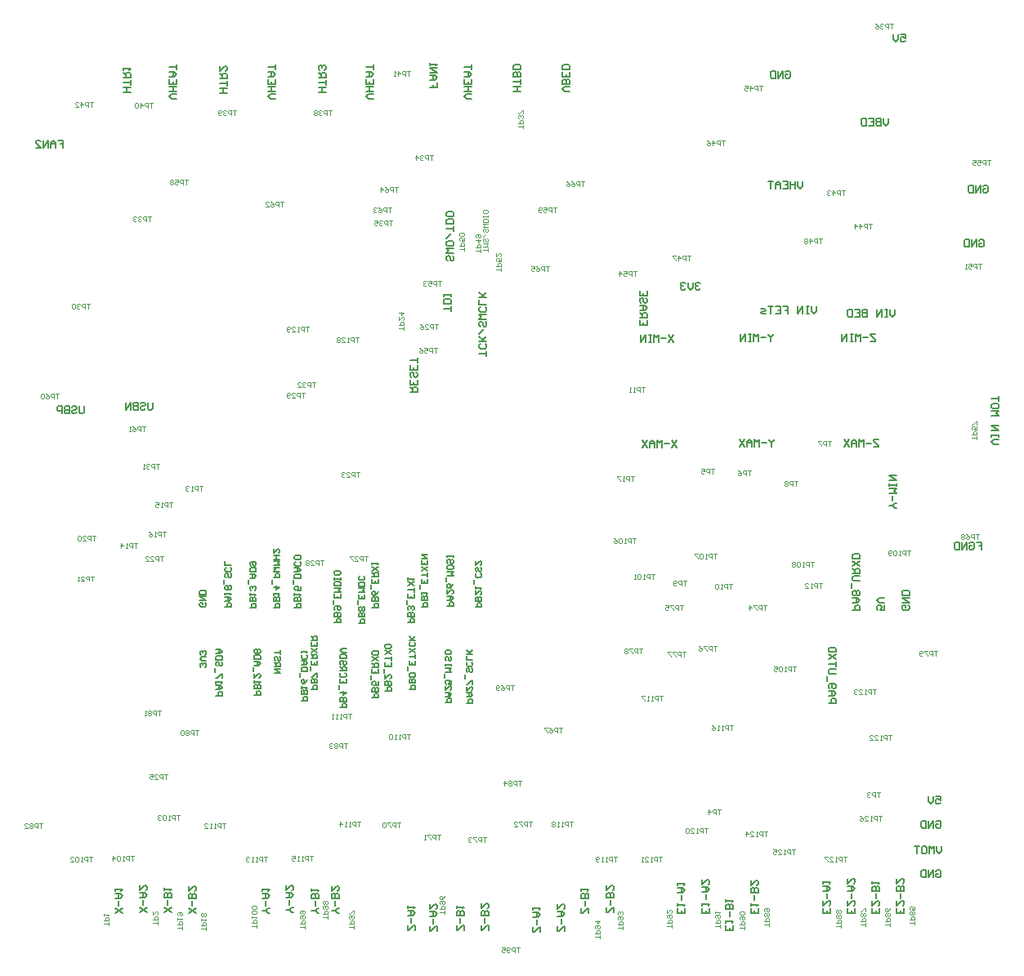
<source format=gbo>
G04 Layer_Color=32896*
%FSLAX25Y25*%
%MOIN*%
G70*
G01*
G75*
%ADD87C,0.00600*%
%ADD135C,0.00400*%
%ADD137C,0.00500*%
G54D87*
X378678Y77151D02*
X380677D01*
Y75652D01*
X379677Y76151D01*
X379177D01*
X378678Y75652D01*
Y74652D01*
X379177Y74152D01*
X380177D01*
X380677Y74652D01*
X377678Y77151D02*
Y75152D01*
X376678Y74152D01*
X375678Y75152D01*
Y77151D01*
X329947Y277135D02*
Y275136D01*
X328947Y274136D01*
X327948Y275136D01*
Y277135D01*
X326948D02*
X325948D01*
X326448D01*
Y274136D01*
X326948D01*
X325948D01*
X324449D02*
Y277135D01*
X322449Y274136D01*
Y277135D01*
X316451D02*
X318451D01*
Y275636D01*
X317451D01*
X318451D01*
Y274136D01*
X313452Y277135D02*
X315452D01*
Y274136D01*
X313452D01*
X315452Y275636D02*
X314452D01*
X312453Y277135D02*
X310453D01*
X311453D01*
Y274136D01*
X309454D02*
X307954D01*
X307454Y274636D01*
X307954Y275136D01*
X308954D01*
X309454Y275636D01*
X308954Y276136D01*
X307454D01*
X362108Y276054D02*
Y274054D01*
X361109Y273054D01*
X360109Y274054D01*
Y276054D01*
X359109D02*
X358110D01*
X358610D01*
Y273054D01*
X359109D01*
X358110D01*
X356610D02*
Y276054D01*
X354611Y273054D01*
Y276054D01*
X350612D02*
Y273054D01*
X349113D01*
X348613Y273554D01*
Y274054D01*
X349113Y274554D01*
X350612D01*
X349113D01*
X348613Y275054D01*
Y275554D01*
X349113Y276054D01*
X350612D01*
X345614D02*
X347613D01*
Y273054D01*
X345614D01*
X347613Y274554D02*
X346613D01*
X344614Y276054D02*
Y273054D01*
X343114D01*
X342615Y273554D01*
Y275554D01*
X343114Y276054D01*
X344614D01*
X378797Y66790D02*
X379297Y67290D01*
X380297D01*
X380797Y66790D01*
Y64791D01*
X380297Y64291D01*
X379297D01*
X378797Y64791D01*
Y65790D01*
X379797D01*
X377798Y64291D02*
Y67290D01*
X375798Y64291D01*
Y67290D01*
X374799D02*
Y64291D01*
X373299D01*
X372799Y64791D01*
Y66790D01*
X373299Y67290D01*
X374799D01*
X31397Y236537D02*
Y234038D01*
X30897Y233538D01*
X29898D01*
X29398Y234038D01*
Y236537D01*
X26399Y236037D02*
X26899Y236537D01*
X27898D01*
X28398Y236037D01*
Y235537D01*
X27898Y235038D01*
X26899D01*
X26399Y234538D01*
Y234038D01*
X26899Y233538D01*
X27898D01*
X28398Y234038D01*
X25399Y236537D02*
Y233538D01*
X23900D01*
X23400Y234038D01*
Y234538D01*
X23900Y235038D01*
X25399D01*
X23900D01*
X23400Y235537D01*
Y236037D01*
X23900Y236537D01*
X25399D01*
X22400Y233538D02*
Y236537D01*
X20900D01*
X20401Y236037D01*
Y235038D01*
X20900Y234538D01*
X22400D01*
X397972Y326093D02*
X398472Y326593D01*
X399472D01*
X399972Y326093D01*
Y324094D01*
X399472Y323594D01*
X398472D01*
X397972Y324094D01*
Y325093D01*
X398972D01*
X396972Y323594D02*
Y326593D01*
X394973Y323594D01*
Y326593D01*
X393973D02*
Y323594D01*
X392474D01*
X391974Y324094D01*
Y326093D01*
X392474Y326593D01*
X393973D01*
X271878Y265731D02*
X269879Y262732D01*
Y265731D02*
X271878Y262732D01*
X268879Y264232D02*
X266880D01*
X265880Y262732D02*
Y265731D01*
X264881Y264732D01*
X263881Y265731D01*
Y262732D01*
X262881Y265731D02*
X261882D01*
X262382D01*
Y262732D01*
X262881D01*
X261882D01*
X260382D02*
Y265731D01*
X258383Y262732D01*
Y265731D01*
X69206Y361839D02*
X67207D01*
X66207Y362838D01*
X67207Y363838D01*
X69206D01*
Y364838D02*
X66207D01*
X67707D01*
Y366837D01*
X69206D01*
X66207D01*
X69206Y369836D02*
Y367837D01*
X66207D01*
Y369836D01*
X67707Y367837D02*
Y368836D01*
X66207Y370836D02*
X68207D01*
X69206Y371835D01*
X68207Y372835D01*
X66207D01*
X67707D01*
Y370836D01*
X69206Y373835D02*
Y375834D01*
Y374834D01*
X66207D01*
X334956Y115084D02*
X337955D01*
Y116583D01*
X337455Y117083D01*
X336456D01*
X335956Y116583D01*
Y115084D01*
X334956Y118083D02*
X336955D01*
X337955Y119083D01*
X336955Y120082D01*
X334956D01*
X336456D01*
Y118083D01*
X335456Y121082D02*
X334956Y121582D01*
Y122582D01*
X335456Y123081D01*
X337455D01*
X337955Y122582D01*
Y121582D01*
X337455Y121082D01*
X336955D01*
X336456Y121582D01*
Y123081D01*
X334456Y124081D02*
Y126080D01*
X337955Y127080D02*
X335456D01*
X334956Y127580D01*
Y128579D01*
X335456Y129079D01*
X337955D01*
Y130079D02*
Y132078D01*
Y131079D01*
X334956D01*
X337955Y133078D02*
X334956Y135077D01*
X337955D02*
X334956Y133078D01*
X337955Y136077D02*
X334956D01*
Y137577D01*
X335456Y138076D01*
X337455D01*
X337955Y137577D01*
Y136077D01*
X380970Y56769D02*
Y54769D01*
X379970Y53770D01*
X378970Y54769D01*
Y56769D01*
X377971Y53770D02*
Y56769D01*
X376971Y55769D01*
X375971Y56769D01*
Y53770D01*
X373472Y56769D02*
X374472D01*
X374972Y56269D01*
Y54269D01*
X374472Y53770D01*
X373472D01*
X372972Y54269D01*
Y56269D01*
X373472Y56769D01*
X371973D02*
X369973D01*
X370973D01*
Y53770D01*
X109298Y361839D02*
X107299D01*
X106299Y362838D01*
X107299Y363838D01*
X109298D01*
Y364838D02*
X106299D01*
X107799D01*
Y366837D01*
X109298D01*
X106299D01*
X109298Y369836D02*
Y367837D01*
X106299D01*
Y369836D01*
X107799Y367837D02*
Y368836D01*
X106299Y370836D02*
X108299D01*
X109298Y371835D01*
X108299Y372835D01*
X106299D01*
X107799D01*
Y370836D01*
X109298Y373835D02*
Y375834D01*
Y374834D01*
X106299D01*
X229574Y364838D02*
X227574D01*
X226575Y365837D01*
X227574Y366837D01*
X229574D01*
Y367837D02*
X226575D01*
Y369336D01*
X227075Y369836D01*
X227574D01*
X228074Y369336D01*
Y367837D01*
Y369336D01*
X228574Y369836D01*
X229074D01*
X229574Y369336D01*
Y367837D01*
Y372835D02*
Y370836D01*
X226575D01*
Y372835D01*
X228074Y370836D02*
Y371835D01*
X229574Y373835D02*
X226575D01*
Y375334D01*
X227075Y375834D01*
X229074D01*
X229574Y375334D01*
Y373835D01*
X189482Y361839D02*
X187483D01*
X186483Y362838D01*
X187483Y363838D01*
X189482D01*
Y364838D02*
X186483D01*
X187982D01*
Y366837D01*
X189482D01*
X186483D01*
X189482Y369836D02*
Y367837D01*
X186483D01*
Y369836D01*
X187982Y367837D02*
Y368836D01*
X186483Y370836D02*
X188482D01*
X189482Y371835D01*
X188482Y372835D01*
X186483D01*
X187982D01*
Y370836D01*
X189482Y373835D02*
Y375834D01*
Y374834D01*
X186483D01*
X149390Y361839D02*
X147391D01*
X146391Y362838D01*
X147391Y363838D01*
X149390D01*
Y364838D02*
X146391D01*
X147891D01*
Y366837D01*
X149390D01*
X146391D01*
X149390Y369836D02*
Y367837D01*
X146391D01*
Y369836D01*
X147891Y367837D02*
Y368836D01*
X146391Y370836D02*
X148390D01*
X149390Y371835D01*
X148390Y372835D01*
X146391D01*
X147891D01*
Y370836D01*
X149390Y373835D02*
Y375834D01*
Y374834D01*
X146391D01*
X324556Y328309D02*
Y326310D01*
X323556Y325310D01*
X322556Y326310D01*
Y328309D01*
X321557D02*
Y325310D01*
Y326810D01*
X319557D01*
Y328309D01*
Y325310D01*
X316558Y328309D02*
X318558D01*
Y325310D01*
X316558D01*
X318558Y326810D02*
X317558D01*
X315559Y325310D02*
Y327309D01*
X314559Y328309D01*
X313559Y327309D01*
Y325310D01*
Y326810D01*
X315559D01*
X312560Y328309D02*
X310560D01*
X311560D01*
Y325310D01*
X317401Y372899D02*
X317900Y373399D01*
X318900D01*
X319400Y372899D01*
Y370900D01*
X318900Y370400D01*
X317900D01*
X317401Y370900D01*
Y371900D01*
X318400D01*
X316401Y370400D02*
Y373399D01*
X314402Y370400D01*
Y373399D01*
X313402D02*
Y370400D01*
X311902D01*
X311403Y370900D01*
Y372899D01*
X311902Y373399D01*
X313402D01*
X282703Y286538D02*
X282203Y287038D01*
X281204D01*
X280704Y286538D01*
Y286038D01*
X281204Y285539D01*
X281704D01*
X281204D01*
X280704Y285039D01*
Y284539D01*
X281204Y284039D01*
X282203D01*
X282703Y284539D01*
X279704Y287038D02*
Y285039D01*
X278705Y284039D01*
X277705Y285039D01*
Y287038D01*
X276705Y286538D02*
X276205Y287038D01*
X275206D01*
X274706Y286538D01*
Y286038D01*
X275206Y285539D01*
X275706D01*
X275206D01*
X274706Y285039D01*
Y284539D01*
X275206Y284039D01*
X276205D01*
X276705Y284539D01*
X395360Y180921D02*
X397359D01*
Y179422D01*
X396359D01*
X397359D01*
Y177922D01*
X392361Y180421D02*
X392861Y180921D01*
X393860D01*
X394360Y180421D01*
Y178422D01*
X393860Y177922D01*
X392861D01*
X392361Y178422D01*
Y179422D01*
X393360D01*
X391361Y177922D02*
Y180921D01*
X389362Y177922D01*
Y180921D01*
X388362D02*
Y177922D01*
X386862D01*
X386363Y178422D01*
Y180421D01*
X386862Y180921D01*
X388362D01*
X378797Y46621D02*
X379297Y47121D01*
X380297D01*
X380797Y46621D01*
Y44622D01*
X380297Y44122D01*
X379297D01*
X378797Y44622D01*
Y45621D01*
X379797D01*
X377798Y44122D02*
Y47121D01*
X375798Y44122D01*
Y47121D01*
X374799D02*
Y44122D01*
X373299D01*
X372799Y44622D01*
Y46621D01*
X373299Y47121D01*
X374799D01*
X357755Y155186D02*
Y153187D01*
X356255D01*
X356755Y154187D01*
Y154686D01*
X356255Y155186D01*
X355256D01*
X354756Y154686D01*
Y153687D01*
X355256Y153187D01*
X357755Y156186D02*
X355755D01*
X354756Y157186D01*
X355755Y158185D01*
X357755D01*
X396371Y304075D02*
X396871Y304575D01*
X397871D01*
X398371Y304075D01*
Y302076D01*
X397871Y301576D01*
X396871D01*
X396371Y302076D01*
Y303076D01*
X397371D01*
X395372Y301576D02*
Y304575D01*
X393372Y301576D01*
Y304575D01*
X392372D02*
Y301576D01*
X390873D01*
X390373Y302076D01*
Y304075D01*
X390873Y304575D01*
X392372D01*
X312473Y265937D02*
Y265437D01*
X311473Y264437D01*
X310474Y265437D01*
Y265937D01*
X311473Y264437D02*
Y262938D01*
X309474Y264437D02*
X307475D01*
X306475Y262938D02*
Y265937D01*
X305475Y264937D01*
X304475Y265937D01*
Y262938D01*
X303476Y265937D02*
X302476D01*
X302976D01*
Y262938D01*
X303476D01*
X302476D01*
X300977D02*
Y265937D01*
X298977Y262938D01*
Y265937D01*
X312846Y222996D02*
Y222496D01*
X311847Y221496D01*
X310847Y222496D01*
Y222996D01*
X311847Y221496D02*
Y219997D01*
X309847Y221496D02*
X307848D01*
X306848Y219997D02*
Y222996D01*
X305849Y221996D01*
X304849Y222996D01*
Y219997D01*
X303849D02*
Y221996D01*
X302850Y222996D01*
X301850Y221996D01*
Y219997D01*
Y221496D01*
X303849D01*
X300850Y222996D02*
X298851Y219997D01*
Y222996D02*
X300850Y219997D01*
X354047Y266051D02*
X352048D01*
Y265551D01*
X354047Y263551D01*
Y263052D01*
X352048D01*
X351048Y264551D02*
X349049D01*
X348049Y263052D02*
Y266051D01*
X347050Y265051D01*
X346050Y266051D01*
Y263052D01*
X345050Y266051D02*
X344051D01*
X344550D01*
Y263052D01*
X345050D01*
X344051D01*
X342551D02*
Y266051D01*
X340552Y263052D01*
Y266051D01*
X273104Y222599D02*
X271105Y219600D01*
Y222599D02*
X273104Y219600D01*
X270105Y221100D02*
X268106D01*
X267106Y219600D02*
Y222599D01*
X266106Y221599D01*
X265107Y222599D01*
Y219600D01*
X264107D02*
Y221599D01*
X263107Y222599D01*
X262107Y221599D01*
Y219600D01*
Y221100D01*
X264107D01*
X261108Y222599D02*
X259108Y219600D01*
Y222599D02*
X261108Y219600D01*
X247558Y29877D02*
Y31877D01*
X247059D01*
X245059Y29877D01*
X244559D01*
Y31877D01*
X246059Y32876D02*
Y34876D01*
X247558Y35875D02*
X244559D01*
Y37375D01*
X245059Y37875D01*
X245559D01*
X246059Y37375D01*
Y35875D01*
Y37375D01*
X246559Y37875D01*
X247059D01*
X247558Y37375D01*
Y35875D01*
X244559Y40874D02*
Y38875D01*
X246559Y40874D01*
X247059D01*
X247558Y40374D01*
Y39374D01*
X247059Y38875D01*
X237130Y29656D02*
Y31655D01*
X236630D01*
X234631Y29656D01*
X234131D01*
Y31655D01*
X235630Y32655D02*
Y34654D01*
X237130Y35654D02*
X234131D01*
Y37153D01*
X234631Y37653D01*
X235131D01*
X235630Y37153D01*
Y35654D01*
Y37153D01*
X236130Y37653D01*
X236630D01*
X237130Y37153D01*
Y35654D01*
X234131Y38653D02*
Y39652D01*
Y39152D01*
X237130D01*
X236630Y38653D01*
X227515Y22185D02*
Y24185D01*
X227015D01*
X225016Y22185D01*
X224516D01*
Y24185D01*
X226016Y25185D02*
Y27184D01*
X224516Y28184D02*
X226516D01*
X227515Y29183D01*
X226516Y30183D01*
X224516D01*
X226016D01*
Y28184D01*
X224516Y33182D02*
Y31183D01*
X226516Y33182D01*
X227015D01*
X227515Y32682D01*
Y31682D01*
X227015Y31183D01*
X217457Y22038D02*
Y24037D01*
X216957D01*
X214957Y22038D01*
X214458D01*
Y24037D01*
X215957Y25037D02*
Y27036D01*
X214458Y28036D02*
X216457D01*
X217457Y29035D01*
X216457Y30035D01*
X214458D01*
X215957D01*
Y28036D01*
X214458Y31035D02*
Y32034D01*
Y31534D01*
X217457D01*
X216957Y31035D01*
X276571Y31498D02*
Y29499D01*
X273572D01*
Y31498D01*
X275071Y29499D02*
Y30499D01*
X273572Y32498D02*
Y33498D01*
Y32998D01*
X276571D01*
X276071Y32498D01*
X275071Y34997D02*
Y36996D01*
X273572Y37996D02*
X275571D01*
X276571Y38996D01*
X275571Y39996D01*
X273572D01*
X275071D01*
Y37996D01*
X273572Y40995D02*
Y41995D01*
Y41495D01*
X276571D01*
X276071Y40995D01*
X286482Y31604D02*
Y29604D01*
X283483D01*
Y31604D01*
X284982Y29604D02*
Y30604D01*
X283483Y32603D02*
Y33603D01*
Y33103D01*
X286482D01*
X285982Y32603D01*
X284982Y35102D02*
Y37102D01*
X283483Y38102D02*
X285482D01*
X286482Y39101D01*
X285482Y40101D01*
X283483D01*
X284982D01*
Y38102D01*
X283483Y43100D02*
Y41101D01*
X285482Y43100D01*
X285982D01*
X286482Y42600D01*
Y41600D01*
X285982Y41101D01*
X296208Y24637D02*
Y22638D01*
X293209D01*
Y24637D01*
X294708Y22638D02*
Y23638D01*
X293209Y25637D02*
Y26636D01*
Y26137D01*
X296208D01*
X295708Y25637D01*
X294708Y28136D02*
Y30135D01*
X296208Y31135D02*
X293209D01*
Y32635D01*
X293708Y33134D01*
X294208D01*
X294708Y32635D01*
Y31135D01*
Y32635D01*
X295208Y33134D01*
X295708D01*
X296208Y32635D01*
Y31135D01*
X293209Y34134D02*
Y35134D01*
Y34634D01*
X296208D01*
X295708Y34134D01*
X306436Y31566D02*
Y29567D01*
X303437D01*
Y31566D01*
X304936Y29567D02*
Y30566D01*
X303437Y32566D02*
Y33566D01*
Y33066D01*
X306436D01*
X305936Y32566D01*
X304936Y35065D02*
Y37064D01*
X306436Y38064D02*
X303437D01*
Y39564D01*
X303937Y40063D01*
X304436D01*
X304936Y39564D01*
Y38064D01*
Y39564D01*
X305436Y40063D01*
X305936D01*
X306436Y39564D01*
Y38064D01*
X303437Y43062D02*
Y41063D01*
X305436Y43062D01*
X305936D01*
X306436Y42562D01*
Y41563D01*
X305936Y41063D01*
X335887Y31689D02*
Y29689D01*
X332888D01*
Y31689D01*
X334388Y29689D02*
Y30689D01*
X332888Y34688D02*
Y32689D01*
X334887Y34688D01*
X335387D01*
X335887Y34188D01*
Y33188D01*
X335387Y32689D01*
X334388Y35688D02*
Y37687D01*
X332888Y38687D02*
X334887D01*
X335887Y39686D01*
X334887Y40686D01*
X332888D01*
X334388D01*
Y38687D01*
X332888Y41686D02*
Y42685D01*
Y42185D01*
X335887D01*
X335387Y41686D01*
X345899Y31622D02*
Y29622D01*
X342900D01*
Y31622D01*
X344399Y29622D02*
Y30622D01*
X342900Y34621D02*
Y32621D01*
X344899Y34621D01*
X345399D01*
X345899Y34121D01*
Y33121D01*
X345399Y32621D01*
X344399Y35620D02*
Y37620D01*
X342900Y38619D02*
X344899D01*
X345899Y39619D01*
X344899Y40619D01*
X342900D01*
X344399D01*
Y38619D01*
X342900Y43618D02*
Y41618D01*
X344899Y43618D01*
X345399D01*
X345899Y43118D01*
Y42118D01*
X345399Y41618D01*
X355910Y31487D02*
Y29488D01*
X352911D01*
Y31487D01*
X354411Y29488D02*
Y30488D01*
X352911Y34486D02*
Y32487D01*
X354911Y34486D01*
X355410D01*
X355910Y33986D01*
Y32987D01*
X355410Y32487D01*
X354411Y35486D02*
Y37485D01*
X355910Y38485D02*
X352911D01*
Y39985D01*
X353411Y40484D01*
X353911D01*
X354411Y39985D01*
Y38485D01*
Y39985D01*
X354911Y40484D01*
X355410D01*
X355910Y39985D01*
Y38485D01*
X352911Y41484D02*
Y42484D01*
Y41984D01*
X355910D01*
X355410Y41484D01*
X365922Y31622D02*
Y29622D01*
X362923D01*
Y31622D01*
X364422Y29622D02*
Y30622D01*
X362923Y34621D02*
Y32621D01*
X364922Y34621D01*
X365422D01*
X365922Y34121D01*
Y33121D01*
X365422Y32621D01*
X364422Y35620D02*
Y37620D01*
X365922Y38619D02*
X362923D01*
Y40119D01*
X363423Y40619D01*
X363923D01*
X364422Y40119D01*
Y38619D01*
Y40119D01*
X364922Y40619D01*
X365422D01*
X365922Y40119D01*
Y38619D01*
X362923Y43618D02*
Y41618D01*
X364922Y43618D01*
X365422D01*
X365922Y43118D01*
Y42118D01*
X365422Y41618D01*
X166369Y22468D02*
Y24468D01*
X165869D01*
X163870Y22468D01*
X163370D01*
Y24468D01*
X164870Y25468D02*
Y27467D01*
X163370Y28467D02*
X165369D01*
X166369Y29466D01*
X165369Y30466D01*
X163370D01*
X164870D01*
Y28467D01*
X163370Y31466D02*
Y32465D01*
Y31965D01*
X166369D01*
X165869Y31466D01*
X175379Y22094D02*
Y24093D01*
X174880D01*
X172880Y22094D01*
X172380D01*
Y24093D01*
X173880Y25093D02*
Y27092D01*
X172380Y28092D02*
X174380D01*
X175379Y29092D01*
X174380Y30092D01*
X172380D01*
X173880D01*
Y28092D01*
X172380Y33091D02*
Y31091D01*
X174380Y33091D01*
X174880D01*
X175379Y32591D01*
Y31591D01*
X174880Y31091D01*
X186369Y22468D02*
Y24468D01*
X185869D01*
X183870Y22468D01*
X183370D01*
Y24468D01*
X184870Y25468D02*
Y27467D01*
X186369Y28467D02*
X183370D01*
Y29966D01*
X183870Y30466D01*
X184370D01*
X184870Y29966D01*
Y28467D01*
Y29966D01*
X185369Y30466D01*
X185869D01*
X186369Y29966D01*
Y28467D01*
X183370Y31466D02*
Y32465D01*
Y31965D01*
X186369D01*
X185869Y31466D01*
X196369Y22468D02*
Y24468D01*
X195869D01*
X193870Y22468D01*
X193370D01*
Y24468D01*
X194870Y25468D02*
Y27467D01*
X196369Y28467D02*
X193370D01*
Y29966D01*
X193870Y30466D01*
X194370D01*
X194870Y29966D01*
Y28467D01*
Y29966D01*
X195369Y30466D01*
X195869D01*
X196369Y29966D01*
Y28467D01*
X193370Y33465D02*
Y31466D01*
X195369Y33465D01*
X195869D01*
X196369Y32965D01*
Y31965D01*
X195869Y31466D01*
X107018Y29588D02*
X106518D01*
X105519Y30588D01*
X106518Y31588D01*
X107018D01*
X105519Y30588D02*
X104019D01*
X105519Y32587D02*
Y34587D01*
X104019Y35586D02*
X106018D01*
X107018Y36586D01*
X106018Y37586D01*
X104019D01*
X105519D01*
Y35586D01*
X104019Y38585D02*
Y39585D01*
Y39085D01*
X107018D01*
X106518Y38585D01*
X116711Y29912D02*
X116211D01*
X115211Y30911D01*
X116211Y31911D01*
X116711D01*
X115211Y30911D02*
X113712D01*
X115211Y32910D02*
Y34910D01*
X113712Y35910D02*
X115711D01*
X116711Y36909D01*
X115711Y37909D01*
X113712D01*
X115211D01*
Y35910D01*
X113712Y40908D02*
Y38908D01*
X115711Y40908D01*
X116211D01*
X116711Y40408D01*
Y39408D01*
X116211Y38908D01*
X127265Y29535D02*
X126765D01*
X125766Y30534D01*
X126765Y31534D01*
X127265D01*
X125766Y30534D02*
X124266D01*
X125766Y32533D02*
Y34533D01*
X127265Y35533D02*
X124266D01*
Y37032D01*
X124766Y37532D01*
X125266D01*
X125766Y37032D01*
Y35533D01*
Y37032D01*
X126266Y37532D01*
X126765D01*
X127265Y37032D01*
Y35533D01*
X124266Y38532D02*
Y39531D01*
Y39031D01*
X127265D01*
X126765Y38532D01*
X135343Y29696D02*
X134843D01*
X133843Y30696D01*
X134843Y31695D01*
X135343D01*
X133843Y30696D02*
X132343D01*
X133843Y32695D02*
Y34694D01*
X135343Y35694D02*
X132343D01*
Y37194D01*
X132843Y37694D01*
X133343D01*
X133843Y37194D01*
Y35694D01*
Y37194D01*
X134343Y37694D01*
X134843D01*
X135343Y37194D01*
Y35694D01*
X132343Y40692D02*
Y38693D01*
X134343Y40692D01*
X134843D01*
X135343Y40193D01*
Y39193D01*
X134843Y38693D01*
X77053Y29524D02*
X74054Y31523D01*
X77053D02*
X74054Y29524D01*
X75553Y32522D02*
Y34522D01*
X77053Y35522D02*
X74054D01*
Y37021D01*
X74554Y37521D01*
X75054D01*
X75553Y37021D01*
Y35522D01*
Y37021D01*
X76053Y37521D01*
X76553D01*
X77053Y37021D01*
Y35522D01*
X74054Y40520D02*
Y38521D01*
X76053Y40520D01*
X76553D01*
X77053Y40020D01*
Y39020D01*
X76553Y38521D01*
X67052Y29794D02*
X64052Y31793D01*
X67052D02*
X64052Y29794D01*
X65552Y32793D02*
Y34792D01*
X67052Y35792D02*
X64052D01*
Y37291D01*
X64552Y37791D01*
X65052D01*
X65552Y37291D01*
Y35792D01*
Y37291D01*
X66052Y37791D01*
X66552D01*
X67052Y37291D01*
Y35792D01*
X64052Y38791D02*
Y39791D01*
Y39291D01*
X67052D01*
X66552Y38791D01*
X56942Y29794D02*
X53943Y31793D01*
X56942D02*
X53943Y29794D01*
X55443Y32793D02*
Y34792D01*
X53943Y35792D02*
X55942D01*
X56942Y36792D01*
X55942Y37791D01*
X53943D01*
X55443D01*
Y35792D01*
X53943Y40790D02*
Y38791D01*
X55942Y40790D01*
X56442D01*
X56942Y40290D01*
Y39291D01*
X56442Y38791D01*
X46941Y29632D02*
X43942Y31631D01*
X46941D02*
X43942Y29632D01*
X45441Y32631D02*
Y34630D01*
X43942Y35630D02*
X45941D01*
X46941Y36629D01*
X45941Y37629D01*
X43942D01*
X45441D01*
Y35630D01*
X43942Y38629D02*
Y39628D01*
Y39129D01*
X46941D01*
X46441Y38629D01*
X50399Y364700D02*
X47400D01*
X48899D01*
Y366699D01*
X50399D01*
X47400D01*
X50399Y367699D02*
Y369698D01*
Y368699D01*
X47400D01*
Y370698D02*
X50399D01*
Y372198D01*
X49899Y372697D01*
X48899D01*
X48400Y372198D01*
Y370698D01*
Y371698D02*
X47400Y372697D01*
Y373697D02*
Y374697D01*
Y374197D01*
X50399D01*
X49899Y373697D01*
X129999Y364600D02*
X127000D01*
X128499D01*
Y366599D01*
X129999D01*
X127000D01*
X129999Y367599D02*
Y369598D01*
Y368599D01*
X127000D01*
Y370598D02*
X129999D01*
Y372098D01*
X129499Y372597D01*
X128499D01*
X128000Y372098D01*
Y370598D01*
Y371598D02*
X127000Y372597D01*
X129499Y373597D02*
X129999Y374097D01*
Y375097D01*
X129499Y375596D01*
X128999D01*
X128499Y375097D01*
Y374597D01*
Y375097D01*
X128000Y375596D01*
X127500D01*
X127000Y375097D01*
Y374097D01*
X127500Y373597D01*
X89699Y364300D02*
X86700D01*
X88200D01*
Y366299D01*
X89699D01*
X86700D01*
X89699Y367299D02*
Y369298D01*
Y368299D01*
X86700D01*
Y370298D02*
X89699D01*
Y371798D01*
X89199Y372297D01*
X88200D01*
X87700Y371798D01*
Y370298D01*
Y371298D02*
X86700Y372297D01*
Y375296D02*
Y373297D01*
X88699Y375296D01*
X89199D01*
X89699Y374797D01*
Y373797D01*
X89199Y373297D01*
X209528Y364838D02*
X206529D01*
X208028D01*
Y366837D01*
X209528D01*
X206529D01*
X209528Y367837D02*
Y369836D01*
Y368836D01*
X206529D01*
X209528Y370836D02*
X206529D01*
Y372335D01*
X207029Y372835D01*
X207528D01*
X208028Y372335D01*
Y370836D01*
Y372335D01*
X208528Y372835D01*
X209028D01*
X209528Y372335D01*
Y370836D01*
Y373835D02*
X206529D01*
Y375334D01*
X207029Y375834D01*
X209028D01*
X209528Y375334D01*
Y373835D01*
X404553Y220994D02*
X402554D01*
X401554Y221993D01*
X402554Y222993D01*
X404553D01*
Y223993D02*
Y224993D01*
Y224493D01*
X401554D01*
Y223993D01*
Y224993D01*
Y226492D02*
X404553D01*
X401554Y228491D01*
X404553D01*
X401554Y232490D02*
X404553D01*
X403553Y233490D01*
X404553Y234489D01*
X401554D01*
X404553Y236989D02*
Y235989D01*
X404053Y235489D01*
X402054D01*
X401554Y235989D01*
Y236989D01*
X402054Y237489D01*
X404053D01*
X404553Y236989D01*
Y238488D02*
Y240488D01*
Y239488D01*
X401554D01*
X359410Y353977D02*
Y351978D01*
X358410Y350978D01*
X357410Y351978D01*
Y353977D01*
X356411D02*
Y350978D01*
X354911D01*
X354411Y351478D01*
Y351978D01*
X354911Y352477D01*
X356411D01*
X354911D01*
X354411Y352977D01*
Y353477D01*
X354911Y353977D01*
X356411D01*
X351412D02*
X353412D01*
Y350978D01*
X351412D01*
X353412Y352477D02*
X352412D01*
X350413Y353977D02*
Y350978D01*
X348913D01*
X348413Y351478D01*
Y353477D01*
X348913Y353977D01*
X350413D01*
X175357Y368485D02*
Y366486D01*
X173858D01*
Y367485D01*
Y366486D01*
X172358D01*
Y369485D02*
X174358D01*
X175357Y370484D01*
X174358Y371484D01*
X172358D01*
X173858D01*
Y369485D01*
X172358Y372484D02*
X175357D01*
X172358Y374483D01*
X175357D01*
X172358Y375483D02*
Y376482D01*
Y375982D01*
X175357D01*
X174858Y375483D01*
X20676Y344962D02*
X22675D01*
Y343462D01*
X21676D01*
X22675D01*
Y341963D01*
X19676D02*
Y343962D01*
X18677Y344962D01*
X17677Y343962D01*
Y341963D01*
Y343462D01*
X19676D01*
X16677Y341963D02*
Y344962D01*
X14678Y341963D01*
Y344962D01*
X11679Y341963D02*
X13678D01*
X11679Y343962D01*
Y344462D01*
X12179Y344962D01*
X13178D01*
X13678Y344462D01*
X364411Y388092D02*
X366411D01*
Y386593D01*
X365411Y387093D01*
X364911D01*
X364411Y386593D01*
Y385593D01*
X364911Y385093D01*
X365911D01*
X366411Y385593D01*
X363412Y388092D02*
Y386093D01*
X362412Y385093D01*
X361412Y386093D01*
Y388092D01*
X355594Y222877D02*
X353595D01*
Y222377D01*
X355594Y220377D01*
Y219878D01*
X353595D01*
X352595Y221377D02*
X350596D01*
X349596Y219878D02*
Y222877D01*
X348597Y221877D01*
X347597Y222877D01*
Y219878D01*
X346597D02*
Y221877D01*
X345598Y222877D01*
X344598Y221877D01*
Y219878D01*
Y221377D01*
X346597D01*
X343598Y222877D02*
X341599Y219878D01*
Y222877D02*
X343598Y219878D01*
X344812Y153187D02*
X347811D01*
Y154686D01*
X347311Y155186D01*
X346311D01*
X345812Y154686D01*
Y153187D01*
X344812Y156186D02*
X346811D01*
X347811Y157186D01*
X346811Y158185D01*
X344812D01*
X346311D01*
Y156186D01*
X347311Y159185D02*
X347811Y159685D01*
Y160685D01*
X347311Y161184D01*
X346811D01*
X346311Y160685D01*
X345812Y161184D01*
X345312D01*
X344812Y160685D01*
Y159685D01*
X345312Y159185D01*
X345812D01*
X346311Y159685D01*
X346811Y159185D01*
X347311D01*
X346311Y159685D02*
Y160685D01*
X344312Y162184D02*
Y164183D01*
X347811Y165183D02*
X345312D01*
X344812Y165683D01*
Y166683D01*
X345312Y167182D01*
X347811D01*
X344812Y168182D02*
X347811D01*
Y169682D01*
X347311Y170181D01*
X346311D01*
X345812Y169682D01*
Y168182D01*
Y169182D02*
X344812Y170181D01*
X347811Y171181D02*
X344812Y173180D01*
X347811D02*
X344812Y171181D01*
X347811Y174180D02*
X344812D01*
Y175680D01*
X345312Y176180D01*
X347311D01*
X347811Y175680D01*
Y174180D01*
X362626Y194835D02*
X362126D01*
X361127Y195835D01*
X362126Y196834D01*
X362626D01*
X361127Y195835D02*
X359627D01*
X361127Y197834D02*
Y199833D01*
X359627Y200833D02*
X362626D01*
X361627Y201833D01*
X362626Y202832D01*
X359627D01*
X362626Y203832D02*
Y204832D01*
Y204332D01*
X359627D01*
Y203832D01*
Y204832D01*
Y206331D02*
X362626D01*
X359627Y208330D01*
X362626D01*
X367463Y155274D02*
X367963Y154774D01*
Y153775D01*
X367463Y153275D01*
X365463D01*
X364963Y153775D01*
Y154774D01*
X365463Y155274D01*
X366463D01*
Y154275D01*
X364963Y156274D02*
X367963D01*
X364963Y158273D01*
X367963D01*
Y159273D02*
X364963D01*
Y160773D01*
X365463Y161272D01*
X367463D01*
X367963Y160773D01*
Y159273D01*
X164426Y242338D02*
X167425D01*
Y243837D01*
X166925Y244337D01*
X165926D01*
X165426Y243837D01*
Y242338D01*
Y243337D02*
X164426Y244337D01*
X167425Y247336D02*
Y245337D01*
X164426D01*
Y247336D01*
X165926Y245337D02*
Y246336D01*
X166925Y250335D02*
X167425Y249835D01*
Y248835D01*
X166925Y248336D01*
X166426D01*
X165926Y248835D01*
Y249835D01*
X165426Y250335D01*
X164926D01*
X164426Y249835D01*
Y248835D01*
X164926Y248336D01*
X167425Y253334D02*
Y251335D01*
X164426D01*
Y253334D01*
X165926Y251335D02*
Y252334D01*
X167425Y254334D02*
Y256333D01*
Y255333D01*
X164426D01*
X181757Y297861D02*
X182257Y297361D01*
Y296362D01*
X181757Y295862D01*
X181257D01*
X180757Y296362D01*
Y297361D01*
X180258Y297861D01*
X179758D01*
X179258Y297361D01*
Y296362D01*
X179758Y295862D01*
X182257Y298861D02*
X179258D01*
X180258Y299861D01*
X179258Y300860D01*
X182257D01*
Y303360D02*
Y302360D01*
X181757Y301860D01*
X179758D01*
X179258Y302360D01*
Y303360D01*
X179758Y303859D01*
X181757D01*
X182257Y303360D01*
X179258Y304859D02*
X181257Y306858D01*
X182257Y307858D02*
Y309858D01*
Y308858D01*
X179258D01*
X182257Y310857D02*
X179258D01*
Y312357D01*
X179758Y312857D01*
X181757D01*
X182257Y312357D01*
Y310857D01*
Y315356D02*
Y314356D01*
X181757Y313856D01*
X179758D01*
X179258Y314356D01*
Y315356D01*
X179758Y315856D01*
X181757D01*
X182257Y315356D01*
X181088Y275376D02*
Y277376D01*
Y276376D01*
X178089D01*
X181088Y278375D02*
X178089D01*
Y279875D01*
X178588Y280375D01*
X180588D01*
X181088Y279875D01*
Y278375D01*
Y281374D02*
Y282374D01*
Y281874D01*
X178089D01*
Y281374D01*
Y282374D01*
X195497Y256935D02*
Y258934D01*
Y257934D01*
X192498D01*
X194998Y261933D02*
X195497Y261433D01*
Y260434D01*
X194998Y259934D01*
X192998D01*
X192498Y260434D01*
Y261433D01*
X192998Y261933D01*
X195497Y262933D02*
X192498D01*
X193498D01*
X195497Y264932D01*
X193998Y263433D01*
X192498Y264932D01*
Y265932D02*
X194498Y267931D01*
X194998Y270930D02*
X195497Y270430D01*
Y269431D01*
X194998Y268931D01*
X194498D01*
X193998Y269431D01*
Y270430D01*
X193498Y270930D01*
X192998D01*
X192498Y270430D01*
Y269431D01*
X192998Y268931D01*
X195497Y271930D02*
X192498D01*
X193498Y272930D01*
X192498Y273929D01*
X195497D01*
X194998Y276928D02*
X195497Y276428D01*
Y275429D01*
X194998Y274929D01*
X192998D01*
X192498Y275429D01*
Y276428D01*
X192998Y276928D01*
X195497Y277928D02*
X192498D01*
Y279927D01*
X195497Y280927D02*
X192498D01*
X193498D01*
X195497Y282926D01*
X193998Y281427D01*
X192498Y282926D01*
X260977Y271669D02*
Y269669D01*
X257978D01*
Y271669D01*
X259477Y269669D02*
Y270669D01*
X257978Y272668D02*
X260977D01*
Y274168D01*
X260477Y274668D01*
X259477D01*
X258977Y274168D01*
Y272668D01*
Y273668D02*
X257978Y274668D01*
Y275667D02*
X259977D01*
X260977Y276667D01*
X259977Y277667D01*
X257978D01*
X259477D01*
Y275667D01*
X260477Y280666D02*
X260977Y280166D01*
Y279166D01*
X260477Y278666D01*
X259977D01*
X259477Y279166D01*
Y280166D01*
X258977Y280666D01*
X258477D01*
X257978Y280166D01*
Y279166D01*
X258477Y278666D01*
X260977Y283665D02*
Y281665D01*
X257978D01*
Y283665D01*
X259477Y281665D02*
Y282665D01*
X59300Y237999D02*
Y235500D01*
X58800Y235000D01*
X57801D01*
X57301Y235500D01*
Y237999D01*
X54302Y237499D02*
X54801Y237999D01*
X55801D01*
X56301Y237499D01*
Y236999D01*
X55801Y236500D01*
X54801D01*
X54302Y236000D01*
Y235500D01*
X54801Y235000D01*
X55801D01*
X56301Y235500D01*
X53302Y237999D02*
Y235000D01*
X51802D01*
X51303Y235500D01*
Y236000D01*
X51802Y236500D01*
X53302D01*
X51802D01*
X51303Y236999D01*
Y237499D01*
X51802Y237999D01*
X53302D01*
X50303Y235000D02*
Y237999D01*
X48304Y235000D01*
Y237999D01*
G54D135*
X101872Y23450D02*
Y24782D01*
Y24116D01*
X99873D01*
Y25449D02*
X101872D01*
Y26449D01*
X101539Y26782D01*
X100872D01*
X100539Y26449D01*
Y25449D01*
X99873Y27448D02*
Y28115D01*
Y27782D01*
X101872D01*
X101539Y27448D01*
Y29114D02*
X101872Y29448D01*
Y30114D01*
X101539Y30447D01*
X100206D01*
X99873Y30114D01*
Y29448D01*
X100206Y29114D01*
X101539D01*
Y31114D02*
X101872Y31447D01*
Y32114D01*
X101539Y32447D01*
X100206D01*
X99873Y32114D01*
Y31447D01*
X100206Y31114D01*
X101539D01*
X121311Y23288D02*
Y24621D01*
Y23955D01*
X119312D01*
Y25287D02*
X121311D01*
Y26287D01*
X120978Y26620D01*
X120312D01*
X119979Y26287D01*
Y25287D01*
X119645Y27287D02*
X119312Y27620D01*
Y28286D01*
X119645Y28620D01*
X120978D01*
X121311Y28286D01*
Y27620D01*
X120978Y27287D01*
X120645D01*
X120312Y27620D01*
Y28620D01*
X119645Y29286D02*
X119312Y29619D01*
Y30286D01*
X119645Y30619D01*
X120978D01*
X121311Y30286D01*
Y29619D01*
X120978Y29286D01*
X120645D01*
X120312Y29619D01*
Y30619D01*
X130735Y27219D02*
Y28552D01*
Y27885D01*
X128736D01*
Y29218D02*
X130735D01*
Y30218D01*
X130402Y30551D01*
X129735D01*
X129402Y30218D01*
Y29218D01*
X129069Y31218D02*
X128736Y31551D01*
Y32217D01*
X129069Y32551D01*
X130402D01*
X130735Y32217D01*
Y31551D01*
X130402Y31218D01*
X130069D01*
X129735Y31551D01*
Y32551D01*
X130402Y33217D02*
X130735Y33550D01*
Y34217D01*
X130402Y34550D01*
X130069D01*
X129735Y34217D01*
X129402Y34550D01*
X129069D01*
X128736Y34217D01*
Y33550D01*
X129069Y33217D01*
X129402D01*
X129735Y33550D01*
X130069Y33217D01*
X130402D01*
X129735Y33550D02*
Y34217D01*
X141343Y23396D02*
Y24729D01*
Y24062D01*
X139344D01*
Y25395D02*
X141343D01*
Y26395D01*
X141010Y26728D01*
X140343D01*
X140010Y26395D01*
Y25395D01*
X139677Y27395D02*
X139344Y27728D01*
Y28394D01*
X139677Y28727D01*
X141010D01*
X141343Y28394D01*
Y27728D01*
X141010Y27395D01*
X140677D01*
X140343Y27728D01*
Y28727D01*
X141343Y29394D02*
Y30727D01*
X141010D01*
X139677Y29394D01*
X139344D01*
X271196Y23489D02*
Y24822D01*
Y24155D01*
X269196D01*
Y25488D02*
X271196D01*
Y26488D01*
X270862Y26821D01*
X270196D01*
X269863Y26488D01*
Y25488D01*
X269529Y27488D02*
X269196Y27821D01*
Y28487D01*
X269529Y28821D01*
X270862D01*
X271196Y28487D01*
Y27821D01*
X270862Y27488D01*
X270529D01*
X270196Y27821D01*
Y28821D01*
X269196Y30820D02*
Y29487D01*
X270529Y30820D01*
X270862D01*
X271196Y30487D01*
Y29820D01*
X270862Y29487D01*
X290701Y23436D02*
Y24769D01*
Y24103D01*
X288702D01*
Y25436D02*
X290701D01*
Y26435D01*
X290368Y26768D01*
X289702D01*
X289368Y26435D01*
Y25436D01*
X289035Y27435D02*
X288702Y27768D01*
Y28435D01*
X289035Y28768D01*
X290368D01*
X290701Y28435D01*
Y27768D01*
X290368Y27435D01*
X290035D01*
X289702Y27768D01*
Y28768D01*
X288702Y29434D02*
Y30101D01*
Y29768D01*
X290701D01*
X290368Y29434D01*
X300665Y22856D02*
Y24189D01*
Y23523D01*
X298665D01*
Y24856D02*
X300665D01*
Y25855D01*
X300332Y26189D01*
X299665D01*
X299332Y25855D01*
Y24856D01*
X298999Y26855D02*
X298665Y27188D01*
Y27855D01*
X298999Y28188D01*
X300332D01*
X300665Y27855D01*
Y27188D01*
X300332Y26855D01*
X299998D01*
X299665Y27188D01*
Y28188D01*
X300332Y28854D02*
X300665Y29188D01*
Y29854D01*
X300332Y30187D01*
X298999D01*
X298665Y29854D01*
Y29188D01*
X298999Y28854D01*
X300332D01*
X310733Y24137D02*
Y25470D01*
Y24803D01*
X308734D01*
Y26136D02*
X310733D01*
Y27136D01*
X310400Y27469D01*
X309733D01*
X309400Y27136D01*
Y26136D01*
X310400Y28136D02*
X310733Y28469D01*
Y29135D01*
X310400Y29469D01*
X310067D01*
X309733Y29135D01*
X309400Y29469D01*
X309067D01*
X308734Y29135D01*
Y28469D01*
X309067Y28136D01*
X309400D01*
X309733Y28469D01*
X310067Y28136D01*
X310400D01*
X309733Y28469D02*
Y29135D01*
X309067Y30135D02*
X308734Y30468D01*
Y31135D01*
X309067Y31468D01*
X310400D01*
X310733Y31135D01*
Y30468D01*
X310400Y30135D01*
X310067D01*
X309733Y30468D01*
Y31468D01*
X340226Y23709D02*
Y25042D01*
Y24376D01*
X338227D01*
Y25709D02*
X340226D01*
Y26708D01*
X339893Y27042D01*
X339226D01*
X338893Y26708D01*
Y25709D01*
X339893Y27708D02*
X340226Y28041D01*
Y28708D01*
X339893Y29041D01*
X339559D01*
X339226Y28708D01*
X338893Y29041D01*
X338560D01*
X338227Y28708D01*
Y28041D01*
X338560Y27708D01*
X338893D01*
X339226Y28041D01*
X339559Y27708D01*
X339893D01*
X339226Y28041D02*
Y28708D01*
X339893Y29707D02*
X340226Y30040D01*
Y30707D01*
X339893Y31040D01*
X339559D01*
X339226Y30707D01*
X338893Y31040D01*
X338560D01*
X338227Y30707D01*
Y30040D01*
X338560Y29707D01*
X338893D01*
X339226Y30040D01*
X339559Y29707D01*
X339893D01*
X339226Y30040D02*
Y30707D01*
X350035Y24207D02*
Y25540D01*
Y24873D01*
X348035D01*
Y26206D02*
X350035D01*
Y27206D01*
X349702Y27539D01*
X349035D01*
X348702Y27206D01*
Y26206D01*
X349702Y28205D02*
X350035Y28539D01*
Y29205D01*
X349702Y29538D01*
X349368D01*
X349035Y29205D01*
X348702Y29538D01*
X348369D01*
X348035Y29205D01*
Y28539D01*
X348369Y28205D01*
X348702D01*
X349035Y28539D01*
X349368Y28205D01*
X349702D01*
X349035Y28539D02*
Y29205D01*
X350035Y30205D02*
Y31538D01*
X349702D01*
X348369Y30205D01*
X348035D01*
X360057Y24207D02*
Y25540D01*
Y24873D01*
X358058D01*
Y26206D02*
X360057D01*
Y27206D01*
X359724Y27539D01*
X359057D01*
X358724Y27206D01*
Y26206D01*
X359724Y28205D02*
X360057Y28539D01*
Y29205D01*
X359724Y29538D01*
X359390D01*
X359057Y29205D01*
X358724Y29538D01*
X358391D01*
X358058Y29205D01*
Y28539D01*
X358391Y28205D01*
X358724D01*
X359057Y28539D01*
X359390Y28205D01*
X359724D01*
X359057Y28539D02*
Y29205D01*
X360057Y31538D02*
X359724Y30871D01*
X359057Y30205D01*
X358391D01*
X358058Y30538D01*
Y31205D01*
X358391Y31538D01*
X358724D01*
X359057Y31205D01*
Y30205D01*
X370221Y24775D02*
Y26108D01*
Y25442D01*
X368222D01*
Y26775D02*
X370221D01*
Y27775D01*
X369888Y28108D01*
X369222D01*
X368888Y27775D01*
Y26775D01*
X369888Y28774D02*
X370221Y29107D01*
Y29774D01*
X369888Y30107D01*
X369555D01*
X369222Y29774D01*
X368888Y30107D01*
X368555D01*
X368222Y29774D01*
Y29107D01*
X368555Y28774D01*
X368888D01*
X369222Y29107D01*
X369555Y28774D01*
X369888D01*
X369222Y29107D02*
Y29774D01*
X370221Y32106D02*
Y30773D01*
X369222D01*
X369555Y31440D01*
Y31773D01*
X369222Y32106D01*
X368555D01*
X368222Y31773D01*
Y31107D01*
X368555Y30773D01*
X138759Y98913D02*
X137426D01*
X138093D01*
Y96913D01*
X136760D02*
Y98913D01*
X135760D01*
X135427Y98580D01*
Y97913D01*
X135760Y97580D01*
X136760D01*
X134761Y98580D02*
X134427Y98913D01*
X133761D01*
X133428Y98580D01*
Y98246D01*
X133761Y97913D01*
X133428Y97580D01*
Y97247D01*
X133761Y96913D01*
X134427D01*
X134761Y97247D01*
Y97580D01*
X134427Y97913D01*
X134761Y98246D01*
Y98580D01*
X134427Y97913D02*
X133761D01*
X132761Y98580D02*
X132428Y98913D01*
X131762D01*
X131429Y98580D01*
Y98246D01*
X131762Y97913D01*
X132095D01*
X131762D01*
X131429Y97580D01*
Y97247D01*
X131762Y96913D01*
X132428D01*
X132761Y97247D01*
X65334Y86194D02*
X64001D01*
X64667D01*
Y84194D01*
X63335D02*
Y86194D01*
X62335D01*
X62002Y85860D01*
Y85194D01*
X62335Y84861D01*
X63335D01*
X60002Y84194D02*
X61335D01*
X60002Y85527D01*
Y85860D01*
X60336Y86194D01*
X61002D01*
X61335Y85860D01*
X58003Y86194D02*
X59336D01*
Y85194D01*
X58670Y85527D01*
X58336D01*
X58003Y85194D01*
Y84527D01*
X58336Y84194D01*
X59003D01*
X59336Y84527D01*
X71350Y22874D02*
Y24207D01*
Y23540D01*
X69350D01*
Y24873D02*
X71350D01*
Y25873D01*
X71017Y26206D01*
X70350D01*
X70017Y25873D01*
Y24873D01*
X69350Y26873D02*
Y27539D01*
Y27206D01*
X71350D01*
X71017Y26873D01*
X69684Y28539D02*
X69350Y28872D01*
Y29539D01*
X69684Y29872D01*
X71017D01*
X71350Y29539D01*
Y28872D01*
X71017Y28539D01*
X70683D01*
X70350Y28872D01*
Y29872D01*
X81135Y22442D02*
Y23774D01*
Y23108D01*
X79136D01*
Y24441D02*
X81135D01*
Y25441D01*
X80802Y25774D01*
X80135D01*
X79802Y25441D01*
Y24441D01*
X79136Y26440D02*
Y27107D01*
Y26774D01*
X81135D01*
X80802Y26440D01*
Y28106D02*
X81135Y28440D01*
Y29106D01*
X80802Y29439D01*
X80468D01*
X80135Y29106D01*
X79802Y29439D01*
X79469D01*
X79136Y29106D01*
Y28440D01*
X79469Y28106D01*
X79802D01*
X80135Y28440D01*
X80468Y28106D01*
X80802D01*
X80135Y28440D02*
Y29106D01*
X255932Y207812D02*
X254599D01*
X255266D01*
Y205813D01*
X253933D02*
Y207812D01*
X252933D01*
X252600Y207479D01*
Y206812D01*
X252933Y206479D01*
X253933D01*
X251934Y205813D02*
X251267D01*
X251600D01*
Y207812D01*
X251934Y207479D01*
X250267Y207812D02*
X248935D01*
Y207479D01*
X250267Y206146D01*
Y205813D01*
X332404Y164162D02*
X331071D01*
X331738D01*
Y162163D01*
X330405D02*
Y164162D01*
X329405D01*
X329072Y163829D01*
Y163162D01*
X329405Y162829D01*
X330405D01*
X328405Y162163D02*
X327739D01*
X328072D01*
Y164162D01*
X328405Y163829D01*
X325407Y162163D02*
X326739D01*
X325407Y163496D01*
Y163829D01*
X325740Y164162D01*
X326406D01*
X326739Y163829D01*
X260162Y244094D02*
X258829D01*
X259495D01*
Y242095D01*
X258162D02*
Y244094D01*
X257163D01*
X256830Y243761D01*
Y243094D01*
X257163Y242761D01*
X258162D01*
X256163Y242095D02*
X255497D01*
X255830D01*
Y244094D01*
X256163Y243761D01*
X254497Y242095D02*
X253831D01*
X254164D01*
Y244094D01*
X254497Y243761D01*
X295767Y163753D02*
X294435D01*
X295101D01*
Y161754D01*
X293768D02*
Y163753D01*
X292769D01*
X292435Y163420D01*
Y162754D01*
X292769Y162420D01*
X293768D01*
X291769Y161754D02*
X291102D01*
X291436D01*
Y163753D01*
X291769Y163420D01*
X290103D02*
X289770Y163753D01*
X289103D01*
X288770Y163420D01*
Y162087D01*
X289103Y161754D01*
X289770D01*
X290103Y162087D01*
Y163420D01*
X276959Y165118D02*
X275626D01*
X276293D01*
Y163119D01*
X274960D02*
Y165118D01*
X273960D01*
X273627Y164785D01*
Y164119D01*
X273960Y163785D01*
X274960D01*
X272960Y163452D02*
X272627Y163119D01*
X271961D01*
X271628Y163452D01*
Y164785D01*
X271961Y165118D01*
X272627D01*
X272960Y164785D01*
Y164452D01*
X272627Y164119D01*
X271628D01*
X322399Y206073D02*
X321066D01*
X321733D01*
Y204073D01*
X320400D02*
Y206073D01*
X319400D01*
X319067Y205739D01*
Y205073D01*
X319400Y204740D01*
X320400D01*
X318401Y205739D02*
X318067Y206073D01*
X317401D01*
X317068Y205739D01*
Y205406D01*
X317401Y205073D01*
X317068Y204740D01*
Y204407D01*
X317401Y204073D01*
X318067D01*
X318401Y204407D01*
Y204740D01*
X318067Y205073D01*
X318401Y205406D01*
Y205739D01*
X318067Y205073D02*
X317401D01*
X336154Y222274D02*
X334821D01*
X335487D01*
Y220275D01*
X334154D02*
Y222274D01*
X333154D01*
X332821Y221941D01*
Y221274D01*
X333154Y220941D01*
X334154D01*
X332155Y222274D02*
X330822D01*
Y221941D01*
X332155Y220608D01*
Y220275D01*
X303589Y210226D02*
X302256D01*
X302922D01*
Y208226D01*
X301589D02*
Y210226D01*
X300589D01*
X300256Y209892D01*
Y209226D01*
X300589Y208893D01*
X301589D01*
X298257Y210226D02*
X298923Y209892D01*
X299590Y209226D01*
Y208559D01*
X299257Y208226D01*
X298590D01*
X298257Y208559D01*
Y208893D01*
X298590Y209226D01*
X299590D01*
X288313Y210887D02*
X286980D01*
X287647D01*
Y208888D01*
X286314D02*
Y210887D01*
X285314D01*
X284981Y210554D01*
Y209887D01*
X285314Y209554D01*
X286314D01*
X282982Y210887D02*
X284314D01*
Y209887D01*
X283648Y210220D01*
X283315D01*
X282982Y209887D01*
Y209221D01*
X283315Y208888D01*
X283981D01*
X284314Y209221D01*
X291232Y71815D02*
X289899D01*
X290566D01*
Y69815D01*
X289233D02*
Y71815D01*
X288233D01*
X287900Y71481D01*
Y70815D01*
X288233Y70482D01*
X289233D01*
X286234Y69815D02*
Y71815D01*
X287233Y70815D01*
X285901D01*
X356237Y78844D02*
X354904D01*
X355571D01*
Y76845D01*
X354238D02*
Y78844D01*
X353238D01*
X352905Y78511D01*
Y77845D01*
X353238Y77511D01*
X354238D01*
X352238Y78511D02*
X351905Y78844D01*
X351239D01*
X350906Y78511D01*
Y78178D01*
X351239Y77845D01*
X351572D01*
X351239D01*
X350906Y77511D01*
Y77178D01*
X351239Y76845D01*
X351905D01*
X352238Y77178D01*
X61457Y24820D02*
Y26153D01*
Y25487D01*
X59457D01*
Y26820D02*
X61457D01*
Y27819D01*
X61124Y28152D01*
X60457D01*
X60124Y27819D01*
Y26820D01*
X59457Y30152D02*
Y28819D01*
X60790Y30152D01*
X61124D01*
X61457Y29819D01*
Y29152D01*
X61124Y28819D01*
X41562Y24604D02*
Y25937D01*
Y25270D01*
X39563D01*
Y26603D02*
X41562D01*
Y27603D01*
X41229Y27936D01*
X40563D01*
X40229Y27603D01*
Y26603D01*
X39563Y28603D02*
Y29269D01*
Y28936D01*
X41562D01*
X41229Y28603D01*
X321757Y130283D02*
X320424D01*
X321090D01*
Y128284D01*
X319757D02*
Y130283D01*
X318758D01*
X318424Y129950D01*
Y129283D01*
X318758Y128950D01*
X319757D01*
X317758Y128284D02*
X317091D01*
X317425D01*
Y130283D01*
X317758Y129950D01*
X316092D02*
X315758Y130283D01*
X315092D01*
X314759Y129950D01*
Y128617D01*
X315092Y128284D01*
X315758D01*
X316092Y128617D01*
Y129950D01*
X312759Y130283D02*
X314092D01*
Y129283D01*
X313426Y129616D01*
X313093D01*
X312759Y129283D01*
Y128617D01*
X313093Y128284D01*
X313759D01*
X314092Y128617D01*
X341818Y324698D02*
X340485D01*
X341151D01*
Y322699D01*
X339819D02*
Y324698D01*
X338819D01*
X338486Y324365D01*
Y323698D01*
X338819Y323365D01*
X339819D01*
X336819Y322699D02*
Y324698D01*
X337819Y323698D01*
X336486D01*
X335820Y324365D02*
X335487Y324698D01*
X334820D01*
X334487Y324365D01*
Y324032D01*
X334820Y323698D01*
X335153D01*
X334820D01*
X334487Y323365D01*
Y323032D01*
X334820Y322699D01*
X335487D01*
X335820Y323032D01*
X332408Y304842D02*
X331075D01*
X331742D01*
Y302843D01*
X330409D02*
Y304842D01*
X329409D01*
X329076Y304509D01*
Y303843D01*
X329409Y303510D01*
X330409D01*
X327410Y302843D02*
Y304842D01*
X328410Y303843D01*
X327077D01*
X326410Y304509D02*
X326077Y304842D01*
X325411D01*
X325077Y304509D01*
Y304176D01*
X325411Y303843D01*
X325077Y303510D01*
Y303176D01*
X325411Y302843D01*
X326077D01*
X326410Y303176D01*
Y303510D01*
X326077Y303843D01*
X326410Y304176D01*
Y304509D01*
X326077Y303843D02*
X325411D01*
X352627Y310804D02*
X351294D01*
X351961D01*
Y308804D01*
X350628D02*
Y310804D01*
X349628D01*
X349295Y310471D01*
Y309804D01*
X349628Y309471D01*
X350628D01*
X347629Y308804D02*
Y310804D01*
X348628Y309804D01*
X347296D01*
X345630Y308804D02*
Y310804D01*
X346629Y309804D01*
X345296D01*
X397380Y294593D02*
X396047D01*
X396713D01*
Y292594D01*
X395380D02*
Y294593D01*
X394381D01*
X394048Y294260D01*
Y293593D01*
X394381Y293260D01*
X395380D01*
X392048Y294593D02*
X393381D01*
Y293593D01*
X392715Y293927D01*
X392382D01*
X392048Y293593D01*
Y292927D01*
X392382Y292594D01*
X393048D01*
X393381Y292927D01*
X391382Y292594D02*
X390715D01*
X391049D01*
Y294593D01*
X391382Y294260D01*
X308029Y367383D02*
X306696D01*
X307363D01*
Y365383D01*
X306030D02*
Y367383D01*
X305030D01*
X304697Y367049D01*
Y366383D01*
X305030Y366050D01*
X306030D01*
X303031Y365383D02*
Y367383D01*
X304030Y366383D01*
X302697D01*
X300698Y367383D02*
X302031D01*
Y366383D01*
X301365Y366716D01*
X301031D01*
X300698Y366383D01*
Y365717D01*
X301031Y365383D01*
X301698D01*
X302031Y365717D01*
X396393Y184090D02*
X395060D01*
X395727D01*
Y182090D01*
X394394D02*
Y184090D01*
X393394D01*
X393061Y183756D01*
Y183090D01*
X393394Y182757D01*
X394394D01*
X391062Y184090D02*
X391728Y183756D01*
X392394Y183090D01*
Y182423D01*
X392061Y182090D01*
X391395D01*
X391062Y182423D01*
Y182757D01*
X391395Y183090D01*
X392394D01*
X390395Y183756D02*
X390062Y184090D01*
X389395D01*
X389062Y183756D01*
Y183423D01*
X389395Y183090D01*
X389062Y182757D01*
Y182423D01*
X389395Y182090D01*
X390062D01*
X390395Y182423D01*
Y182757D01*
X390062Y183090D01*
X390395Y183423D01*
Y183756D01*
X390062Y183090D02*
X389395D01*
X21022Y241466D02*
X19689D01*
X20355D01*
Y239466D01*
X19022D02*
Y241466D01*
X18022D01*
X17689Y241132D01*
Y240466D01*
X18022Y240133D01*
X19022D01*
X15690Y241466D02*
X16356Y241132D01*
X17023Y240466D01*
Y239799D01*
X16690Y239466D01*
X16023D01*
X15690Y239799D01*
Y240133D01*
X16023Y240466D01*
X17023D01*
X15023Y241132D02*
X14690Y241466D01*
X14024D01*
X13690Y241132D01*
Y239799D01*
X14024Y239466D01*
X14690D01*
X15023Y239799D01*
Y241132D01*
X56288Y228269D02*
X54955D01*
X55622D01*
Y226270D01*
X54289D02*
Y228269D01*
X53289D01*
X52956Y227936D01*
Y227269D01*
X53289Y226936D01*
X54289D01*
X50956Y228269D02*
X51623Y227936D01*
X52289Y227269D01*
Y226603D01*
X51956Y226270D01*
X51290D01*
X50956Y226603D01*
Y226936D01*
X51290Y227269D01*
X52289D01*
X50290Y226270D02*
X49624D01*
X49957D01*
Y228269D01*
X50290Y227936D01*
X164533Y373338D02*
X163200D01*
X163867D01*
Y371338D01*
X162534D02*
Y373338D01*
X161534D01*
X161201Y373005D01*
Y372338D01*
X161534Y372005D01*
X162534D01*
X159535Y371338D02*
Y373338D01*
X160535Y372338D01*
X159202D01*
X158535Y371338D02*
X157869D01*
X158202D01*
Y373338D01*
X158535Y373005D01*
X379481Y136539D02*
X378148D01*
X378815D01*
Y134540D01*
X377482D02*
Y136539D01*
X376482D01*
X376149Y136206D01*
Y135540D01*
X376482Y135207D01*
X377482D01*
X375483Y136539D02*
X374150D01*
Y136206D01*
X375483Y134873D01*
Y134540D01*
X373483Y134873D02*
X373150Y134540D01*
X372483D01*
X372150Y134873D01*
Y136206D01*
X372483Y136539D01*
X373150D01*
X373483Y136206D01*
Y135873D01*
X373150Y135540D01*
X372150D01*
X395398Y222876D02*
Y224209D01*
Y223542D01*
X393399D01*
Y224875D02*
X395398D01*
Y225875D01*
X395065Y226208D01*
X394399D01*
X394065Y225875D01*
Y224875D01*
X395398Y228207D02*
Y226874D01*
X394399D01*
X394732Y227541D01*
Y227874D01*
X394399Y228207D01*
X393732D01*
X393399Y227874D01*
Y227208D01*
X393732Y226874D01*
X395398Y228874D02*
Y230207D01*
X395065D01*
X393732Y228874D01*
X393399D01*
X292766Y344746D02*
X291433D01*
X292100D01*
Y342747D01*
X290767D02*
Y344746D01*
X289767D01*
X289434Y344413D01*
Y343746D01*
X289767Y343413D01*
X290767D01*
X287768Y342747D02*
Y344746D01*
X288767Y343746D01*
X287435D01*
X285435Y344746D02*
X286102Y344413D01*
X286768Y343746D01*
Y343080D01*
X286435Y342747D01*
X285768D01*
X285435Y343080D01*
Y343413D01*
X285768Y343746D01*
X286768D01*
X35024Y360502D02*
X33691D01*
X34358D01*
Y358503D01*
X33025D02*
Y360502D01*
X32025D01*
X31692Y360169D01*
Y359503D01*
X32025Y359169D01*
X33025D01*
X30026Y358503D02*
Y360502D01*
X31025Y359503D01*
X29692D01*
X27693Y358503D02*
X29026D01*
X27693Y359836D01*
Y360169D01*
X28026Y360502D01*
X28693D01*
X29026Y360169D01*
X278672Y298056D02*
X277339D01*
X278005D01*
Y296056D01*
X276673D02*
Y298056D01*
X275673D01*
X275340Y297722D01*
Y297056D01*
X275673Y296723D01*
X276673D01*
X273673Y296056D02*
Y298056D01*
X274673Y297056D01*
X273340D01*
X272674Y298056D02*
X271341D01*
Y297722D01*
X272674Y296389D01*
Y296056D01*
X361413Y392646D02*
X360080D01*
X360746D01*
Y390646D01*
X359413D02*
Y392646D01*
X358414D01*
X358081Y392313D01*
Y391646D01*
X358414Y391313D01*
X359413D01*
X357414Y392313D02*
X357081Y392646D01*
X356414D01*
X356081Y392313D01*
Y391979D01*
X356414Y391646D01*
X356748D01*
X356414D01*
X356081Y391313D01*
Y390980D01*
X356414Y390646D01*
X357081D01*
X357414Y390980D01*
X354082Y392646D02*
X354748Y392313D01*
X355415Y391646D01*
Y390980D01*
X355081Y390646D01*
X354415D01*
X354082Y390980D01*
Y391313D01*
X354415Y391646D01*
X355415D01*
X259046Y137584D02*
X257713D01*
X258380D01*
Y135584D01*
X257047D02*
Y137584D01*
X256047D01*
X255714Y137250D01*
Y136584D01*
X256047Y136251D01*
X257047D01*
X255047Y137584D02*
X253714D01*
Y137250D01*
X255047Y135917D01*
Y135584D01*
X253048Y137250D02*
X252715Y137584D01*
X252048D01*
X251715Y137250D01*
Y136917D01*
X252048Y136584D01*
X251715Y136251D01*
Y135917D01*
X252048Y135584D01*
X252715D01*
X253048Y135917D01*
Y136251D01*
X252715Y136584D01*
X253048Y136917D01*
Y137250D01*
X252715Y136584D02*
X252048D01*
X309858Y155115D02*
X308525D01*
X309192D01*
Y153115D01*
X307859D02*
Y155115D01*
X306859D01*
X306526Y154782D01*
Y154115D01*
X306859Y153782D01*
X307859D01*
X305860Y155115D02*
X304527D01*
Y154782D01*
X305860Y153449D01*
Y153115D01*
X302861D02*
Y155115D01*
X303860Y154115D01*
X302527D01*
X209835Y83418D02*
X208503D01*
X209169D01*
Y81419D01*
X207836D02*
Y83418D01*
X206836D01*
X206503Y83085D01*
Y82419D01*
X206836Y82085D01*
X207836D01*
X205837Y83085D02*
X205503Y83418D01*
X204837D01*
X204504Y83085D01*
Y82752D01*
X204837Y82419D01*
X204504Y82085D01*
Y81752D01*
X204837Y81419D01*
X205503D01*
X205837Y81752D01*
Y82085D01*
X205503Y82419D01*
X205837Y82752D01*
Y83085D01*
X205503Y82419D02*
X204837D01*
X202838Y81419D02*
Y83418D01*
X203837Y82419D01*
X202504D01*
X275772Y155088D02*
X274439D01*
X275106D01*
Y153089D01*
X273773D02*
Y155088D01*
X272773D01*
X272440Y154755D01*
Y154089D01*
X272773Y153755D01*
X273773D01*
X271774Y155088D02*
X270441D01*
Y154755D01*
X271774Y153422D01*
Y153089D01*
X268441Y155088D02*
X269774D01*
Y154089D01*
X269108Y154422D01*
X268775D01*
X268441Y154089D01*
Y153422D01*
X268775Y153089D01*
X269441D01*
X269774Y153422D01*
X289378Y138721D02*
X288045D01*
X288712D01*
Y136721D01*
X287379D02*
Y138721D01*
X286379D01*
X286046Y138388D01*
Y137721D01*
X286379Y137388D01*
X287379D01*
X285379Y138721D02*
X284046D01*
Y138388D01*
X285379Y137055D01*
Y136721D01*
X282047Y138721D02*
X282714Y138388D01*
X283380Y137721D01*
Y137055D01*
X283047Y136721D01*
X282380D01*
X282047Y137055D01*
Y137388D01*
X282380Y137721D01*
X283380D01*
X276631Y136359D02*
X275299D01*
X275965D01*
Y134360D01*
X274632D02*
Y136359D01*
X273633D01*
X273299Y136026D01*
Y135359D01*
X273633Y135026D01*
X274632D01*
X272633Y136359D02*
X271300D01*
Y136026D01*
X272633Y134693D01*
Y134360D01*
X270633Y136359D02*
X269301D01*
Y136026D01*
X270633Y134693D01*
Y134360D01*
X59409Y360119D02*
X58076D01*
X58742D01*
Y358119D01*
X57410D02*
Y360119D01*
X56410D01*
X56077Y359785D01*
Y359119D01*
X56410Y358786D01*
X57410D01*
X54411Y358119D02*
Y360119D01*
X55410Y359119D01*
X54077D01*
X53411Y359785D02*
X53078Y360119D01*
X52411D01*
X52078Y359785D01*
Y358453D01*
X52411Y358119D01*
X53078D01*
X53411Y358453D01*
Y359785D01*
X93297Y357100D02*
X91964D01*
X92631D01*
Y355101D01*
X91298D02*
Y357100D01*
X90298D01*
X89965Y356767D01*
Y356101D01*
X90298Y355767D01*
X91298D01*
X89299Y356767D02*
X88965Y357100D01*
X88299D01*
X87966Y356767D01*
Y356434D01*
X88299Y356101D01*
X88632D01*
X88299D01*
X87966Y355767D01*
Y355434D01*
X88299Y355101D01*
X88965D01*
X89299Y355434D01*
X87299D02*
X86966Y355101D01*
X86300D01*
X85966Y355434D01*
Y356767D01*
X86300Y357100D01*
X86966D01*
X87299Y356767D01*
Y356434D01*
X86966Y356101D01*
X85966D01*
X132329Y357337D02*
X130996D01*
X131662D01*
Y355337D01*
X130330D02*
Y357337D01*
X129330D01*
X128997Y357004D01*
Y356337D01*
X129330Y356004D01*
X130330D01*
X128330Y357004D02*
X127997Y357337D01*
X127331D01*
X126997Y357004D01*
Y356670D01*
X127331Y356337D01*
X127664D01*
X127331D01*
X126997Y356004D01*
Y355671D01*
X127331Y355337D01*
X127997D01*
X128330Y355671D01*
X126331Y357004D02*
X125998Y357337D01*
X125331D01*
X124998Y357004D01*
Y356670D01*
X125331Y356337D01*
X124998Y356004D01*
Y355671D01*
X125331Y355337D01*
X125998D01*
X126331Y355671D01*
Y356004D01*
X125998Y356337D01*
X126331Y356670D01*
Y357004D01*
X125998Y356337D02*
X125331D01*
X210284Y349956D02*
Y351289D01*
Y350623D01*
X208285D01*
Y351956D02*
X210284D01*
Y352955D01*
X209951Y353289D01*
X209285D01*
X208951Y352955D01*
Y351956D01*
X209951Y353955D02*
X210284Y354288D01*
Y354955D01*
X209951Y355288D01*
X209618D01*
X209285Y354955D01*
Y354621D01*
Y354955D01*
X208951Y355288D01*
X208618D01*
X208285Y354955D01*
Y354288D01*
X208618Y353955D01*
X210284Y355954D02*
Y357287D01*
X209951D01*
X208618Y355954D01*
X208285D01*
X401113Y336874D02*
X399780D01*
X400447D01*
Y334874D01*
X399114D02*
Y336874D01*
X398114D01*
X397781Y336540D01*
Y335874D01*
X398114Y335541D01*
X399114D01*
X395781Y336874D02*
X397114D01*
Y335874D01*
X396448Y336207D01*
X396115D01*
X395781Y335874D01*
Y335207D01*
X396115Y334874D01*
X396781D01*
X397114Y335207D01*
X393782Y336874D02*
X395115D01*
Y335874D01*
X394448Y336207D01*
X394115D01*
X393782Y335874D01*
Y335207D01*
X394115Y334874D01*
X394782D01*
X395115Y335207D01*
X209067Y15598D02*
X207734D01*
X208400D01*
Y13599D01*
X207067D02*
Y15598D01*
X206067D01*
X205734Y15265D01*
Y14599D01*
X206067Y14266D01*
X207067D01*
X205068Y13932D02*
X204734Y13599D01*
X204068D01*
X203735Y13932D01*
Y15265D01*
X204068Y15598D01*
X204734D01*
X205068Y15265D01*
Y14932D01*
X204734Y14599D01*
X203735D01*
X201735Y15598D02*
X203068D01*
Y14599D01*
X202402Y14932D01*
X202069D01*
X201735Y14599D01*
Y13932D01*
X202069Y13599D01*
X202735D01*
X203068Y13932D01*
X178514Y29386D02*
Y30719D01*
Y30053D01*
X176515D01*
Y31386D02*
X178514D01*
Y32385D01*
X178181Y32719D01*
X177515D01*
X177181Y32385D01*
Y31386D01*
X176848Y33385D02*
X176515Y33718D01*
Y34385D01*
X176848Y34718D01*
X178181D01*
X178514Y34385D01*
Y33718D01*
X178181Y33385D01*
X177848D01*
X177515Y33718D01*
Y34718D01*
X178514Y36717D02*
X178181Y36051D01*
X177515Y35384D01*
X176848D01*
X176515Y35717D01*
Y36384D01*
X176848Y36717D01*
X177181D01*
X177515Y36384D01*
Y35384D01*
X251144Y22999D02*
Y24332D01*
Y23665D01*
X249145D01*
Y24998D02*
X251144D01*
Y25998D01*
X250811Y26331D01*
X250145D01*
X249811Y25998D01*
Y24998D01*
X249478Y26998D02*
X249145Y27331D01*
Y27997D01*
X249478Y28331D01*
X250811D01*
X251144Y27997D01*
Y27331D01*
X250811Y26998D01*
X250478D01*
X250145Y27331D01*
Y28331D01*
X250811Y28997D02*
X251144Y29330D01*
Y29997D01*
X250811Y30330D01*
X250478D01*
X250145Y29997D01*
Y29664D01*
Y29997D01*
X249811Y30330D01*
X249478D01*
X249145Y29997D01*
Y29330D01*
X249478Y28997D01*
X241751Y19301D02*
Y20634D01*
Y19967D01*
X239752D01*
Y21300D02*
X241751D01*
Y22300D01*
X241418Y22633D01*
X240752D01*
X240418Y22300D01*
Y21300D01*
X240085Y23300D02*
X239752Y23633D01*
Y24299D01*
X240085Y24633D01*
X241418D01*
X241751Y24299D01*
Y23633D01*
X241418Y23300D01*
X241085D01*
X240752Y23633D01*
Y24633D01*
X239752Y26299D02*
X241751D01*
X240752Y25299D01*
Y26632D01*
X264000Y167924D02*
X262667D01*
X263334D01*
Y165925D01*
X262001D02*
Y167924D01*
X261001D01*
X260668Y167591D01*
Y166925D01*
X261001Y166591D01*
X262001D01*
X260001Y165925D02*
X259335D01*
X259668D01*
Y167924D01*
X260001Y167591D01*
X258335D02*
X258002Y167924D01*
X257335D01*
X257002Y167591D01*
Y166258D01*
X257335Y165925D01*
X258002D01*
X258335Y166258D01*
Y167591D01*
X256336Y165925D02*
X255669D01*
X256003D01*
Y167924D01*
X256336Y167591D01*
X256613Y291578D02*
X255280D01*
X255946D01*
Y289578D01*
X254613D02*
Y291578D01*
X253614D01*
X253280Y291244D01*
Y290578D01*
X253614Y290245D01*
X254613D01*
X251281Y291578D02*
X252614D01*
Y290578D01*
X251948Y290911D01*
X251614D01*
X251281Y290578D01*
Y289912D01*
X251614Y289578D01*
X252281D01*
X252614Y289912D01*
X249615Y289578D02*
Y291578D01*
X250615Y290578D01*
X249282D01*
X175587Y260322D02*
X174254D01*
X174920D01*
Y258323D01*
X173588D02*
Y260322D01*
X172588D01*
X172255Y259989D01*
Y259322D01*
X172588Y258989D01*
X173588D01*
X170255Y260322D02*
X171588D01*
Y259322D01*
X170922Y259655D01*
X170589D01*
X170255Y259322D01*
Y258656D01*
X170589Y258323D01*
X171255D01*
X171588Y258656D01*
X168256Y260322D02*
X168922Y259989D01*
X169589Y259322D01*
Y258656D01*
X169256Y258323D01*
X168589D01*
X168256Y258656D01*
Y258989D01*
X168589Y259322D01*
X169589D01*
X192948Y299164D02*
Y300497D01*
Y299830D01*
X190949D01*
Y301163D02*
X192948D01*
Y302163D01*
X192615Y302496D01*
X191949D01*
X191615Y302163D01*
Y301163D01*
X190949Y304162D02*
X192948D01*
X191949Y303162D01*
Y304495D01*
X191282Y305162D02*
X190949Y305495D01*
Y306161D01*
X191282Y306495D01*
X192615D01*
X192948Y306161D01*
Y305495D01*
X192615Y305162D01*
X192282D01*
X191949Y305495D01*
Y306495D01*
X201427Y291569D02*
Y292902D01*
Y292235D01*
X199427D01*
Y293568D02*
X201427D01*
Y294568D01*
X201094Y294901D01*
X200427D01*
X200094Y294568D01*
Y293568D01*
X201427Y296901D02*
Y295568D01*
X200427D01*
X200760Y296234D01*
Y296567D01*
X200427Y296901D01*
X199760D01*
X199427Y296567D01*
Y295901D01*
X199760Y295568D01*
X199427Y298900D02*
Y297567D01*
X200760Y298900D01*
X201094D01*
X201427Y298567D01*
Y297900D01*
X201094Y297567D01*
X186345Y300030D02*
Y301362D01*
Y300696D01*
X184346D01*
Y302029D02*
X186345D01*
Y303029D01*
X186012Y303362D01*
X185345D01*
X185012Y303029D01*
Y302029D01*
X186345Y305361D02*
Y304028D01*
X185345D01*
X185679Y304695D01*
Y305028D01*
X185345Y305361D01*
X184679D01*
X184346Y305028D01*
Y304362D01*
X184679Y304028D01*
X186012Y306028D02*
X186345Y306361D01*
Y307027D01*
X186012Y307361D01*
X184679D01*
X184346Y307027D01*
Y306361D01*
X184679Y306028D01*
X186012D01*
X177255Y287415D02*
X175922D01*
X176589D01*
Y285416D01*
X175256D02*
Y287415D01*
X174256D01*
X173923Y287082D01*
Y286415D01*
X174256Y286082D01*
X175256D01*
X171924Y287415D02*
X173257D01*
Y286415D01*
X172590Y286749D01*
X172257D01*
X171924Y286415D01*
Y285749D01*
X172257Y285416D01*
X172923D01*
X173257Y285749D01*
X171257Y287082D02*
X170924Y287415D01*
X170258D01*
X169924Y287082D01*
Y286749D01*
X170258Y286415D01*
X170591D01*
X170258D01*
X169924Y286082D01*
Y285749D01*
X170258Y285416D01*
X170924D01*
X171257Y285749D01*
X79805Y203846D02*
X78472D01*
X79138D01*
Y201846D01*
X77805D02*
Y203846D01*
X76806D01*
X76472Y203512D01*
Y202846D01*
X76806Y202513D01*
X77805D01*
X75806Y201846D02*
X75139D01*
X75473D01*
Y203846D01*
X75806Y203512D01*
X74140D02*
X73807Y203846D01*
X73140D01*
X72807Y203512D01*
Y203179D01*
X73140Y202846D01*
X73473D01*
X73140D01*
X72807Y202513D01*
Y202179D01*
X73140Y201846D01*
X73807D01*
X74140Y202179D01*
X53201Y180493D02*
X51868D01*
X52535D01*
Y178493D01*
X51202D02*
Y180493D01*
X50202D01*
X49869Y180159D01*
Y179493D01*
X50202Y179160D01*
X51202D01*
X49203Y178493D02*
X48536D01*
X48869D01*
Y180493D01*
X49203Y180159D01*
X46537Y178493D02*
Y180493D01*
X47537Y179493D01*
X46204D01*
X67599Y197313D02*
X66266D01*
X66933D01*
Y195314D01*
X65600D02*
Y197313D01*
X64600D01*
X64267Y196980D01*
Y196313D01*
X64600Y195980D01*
X65600D01*
X63600Y195314D02*
X62934D01*
X63267D01*
Y197313D01*
X63600Y196980D01*
X60602Y197313D02*
X61934D01*
Y196313D01*
X61268Y196647D01*
X60935D01*
X60602Y196313D01*
Y195647D01*
X60935Y195314D01*
X61601D01*
X61934Y195647D01*
X64674Y185109D02*
X63341D01*
X64008D01*
Y183110D01*
X62675D02*
Y185109D01*
X61675D01*
X61342Y184776D01*
Y184109D01*
X61675Y183776D01*
X62675D01*
X60675Y183110D02*
X60009D01*
X60342D01*
Y185109D01*
X60675Y184776D01*
X57676Y185109D02*
X58343Y184776D01*
X59009Y184109D01*
Y183443D01*
X58676Y183110D01*
X58009D01*
X57676Y183443D01*
Y183776D01*
X58009Y184109D01*
X59009D01*
X36244Y183555D02*
X34911D01*
X35577D01*
Y181556D01*
X34244D02*
Y183555D01*
X33245D01*
X32911Y183222D01*
Y182555D01*
X33245Y182222D01*
X34244D01*
X30912Y181556D02*
X32245D01*
X30912Y182889D01*
Y183222D01*
X31245Y183555D01*
X31912D01*
X32245Y183222D01*
X30246D02*
X29912Y183555D01*
X29246D01*
X28913Y183222D01*
Y181889D01*
X29246Y181556D01*
X29912D01*
X30246Y181889D01*
Y183222D01*
X35567Y167076D02*
X34234D01*
X34901D01*
Y165077D01*
X33568D02*
Y167076D01*
X32568D01*
X32235Y166743D01*
Y166077D01*
X32568Y165744D01*
X33568D01*
X30236Y165077D02*
X31569D01*
X30236Y166410D01*
Y166743D01*
X30569Y167076D01*
X31235D01*
X31569Y166743D01*
X29569Y165077D02*
X28903D01*
X29236D01*
Y167076D01*
X29569Y166743D01*
X63725Y175272D02*
X62392D01*
X63059D01*
Y173273D01*
X61726D02*
Y175272D01*
X60726D01*
X60393Y174939D01*
Y174272D01*
X60726Y173939D01*
X61726D01*
X58393Y173273D02*
X59726D01*
X58393Y174606D01*
Y174939D01*
X58727Y175272D01*
X59393D01*
X59726Y174939D01*
X56394Y173273D02*
X57727D01*
X56394Y174606D01*
Y174939D01*
X56727Y175272D01*
X57394D01*
X57727Y174939D01*
X143842Y209631D02*
X142509D01*
X143176D01*
Y207632D01*
X141843D02*
Y209631D01*
X140843D01*
X140510Y209298D01*
Y208631D01*
X140843Y208298D01*
X141843D01*
X138511Y207632D02*
X139843D01*
X138511Y208965D01*
Y209298D01*
X138844Y209631D01*
X139510D01*
X139843Y209298D01*
X137844D02*
X137511Y209631D01*
X136845D01*
X136511Y209298D01*
Y208965D01*
X136845Y208631D01*
X137178D01*
X136845D01*
X136511Y208298D01*
Y207965D01*
X136845Y207632D01*
X137511D01*
X137844Y207965D01*
X161889Y267683D02*
Y269016D01*
Y268350D01*
X159890D01*
Y269682D02*
X161889D01*
Y270682D01*
X161556Y271015D01*
X160890D01*
X160556Y270682D01*
Y269682D01*
X159890Y273015D02*
Y271682D01*
X161223Y273015D01*
X161556D01*
X161889Y272681D01*
Y272015D01*
X161556Y271682D01*
X159890Y274681D02*
X161889D01*
X160890Y273681D01*
Y275014D01*
X175803Y269899D02*
X174470D01*
X175136D01*
Y267899D01*
X173804D02*
Y269899D01*
X172804D01*
X172471Y269565D01*
Y268899D01*
X172804Y268566D01*
X173804D01*
X170471Y267899D02*
X171804D01*
X170471Y269232D01*
Y269565D01*
X170805Y269899D01*
X171471D01*
X171804Y269565D01*
X168472Y269899D02*
X169138Y269565D01*
X169805Y268899D01*
Y268232D01*
X169472Y267899D01*
X168805D01*
X168472Y268232D01*
Y268566D01*
X168805Y268899D01*
X169805D01*
X147198Y175386D02*
X145865D01*
X146531D01*
Y173387D01*
X145198D02*
Y175386D01*
X144199D01*
X143866Y175053D01*
Y174386D01*
X144199Y174053D01*
X145198D01*
X141866Y173387D02*
X143199D01*
X141866Y174720D01*
Y175053D01*
X142199Y175386D01*
X142866D01*
X143199Y175053D01*
X141200Y175386D02*
X139867D01*
Y175053D01*
X141200Y173720D01*
Y173387D01*
X129232Y173621D02*
X127900D01*
X128566D01*
Y171621D01*
X127233D02*
Y173621D01*
X126233D01*
X125900Y173287D01*
Y172621D01*
X126233Y172288D01*
X127233D01*
X123901Y171621D02*
X125234D01*
X123901Y172954D01*
Y173287D01*
X124234Y173621D01*
X124900D01*
X125234Y173287D01*
X123234D02*
X122901Y173621D01*
X122235D01*
X121902Y173287D01*
Y172954D01*
X122235Y172621D01*
X121902Y172288D01*
Y171955D01*
X122235Y171621D01*
X122901D01*
X123234Y171955D01*
Y172288D01*
X122901Y172621D01*
X123234Y172954D01*
Y173287D01*
X122901Y172621D02*
X122235D01*
X121439Y241981D02*
X120106D01*
X120773D01*
Y239981D01*
X119440D02*
Y241981D01*
X118440D01*
X118107Y241647D01*
Y240981D01*
X118440Y240648D01*
X119440D01*
X116108Y239981D02*
X117441D01*
X116108Y241314D01*
Y241647D01*
X116441Y241981D01*
X117107D01*
X117441Y241647D01*
X115441Y240314D02*
X115108Y239981D01*
X114442D01*
X114109Y240314D01*
Y241647D01*
X114442Y241981D01*
X115108D01*
X115441Y241647D01*
Y241314D01*
X115108Y240981D01*
X114109D01*
X33847Y278348D02*
X32515D01*
X33181D01*
Y276349D01*
X31848D02*
Y278348D01*
X30849D01*
X30515Y278015D01*
Y277348D01*
X30849Y277015D01*
X31848D01*
X29849Y278015D02*
X29516Y278348D01*
X28849D01*
X28516Y278015D01*
Y277682D01*
X28849Y277348D01*
X29182D01*
X28849D01*
X28516Y277015D01*
Y276682D01*
X28849Y276349D01*
X29516D01*
X29849Y276682D01*
X27850Y278015D02*
X27516Y278348D01*
X26850D01*
X26517Y278015D01*
Y276682D01*
X26850Y276349D01*
X27516D01*
X27850Y276682D01*
Y278015D01*
X62100Y212999D02*
X60767D01*
X61434D01*
Y211000D01*
X60101D02*
Y212999D01*
X59101D01*
X58768Y212666D01*
Y212000D01*
X59101Y211666D01*
X60101D01*
X58101Y212666D02*
X57768Y212999D01*
X57102D01*
X56768Y212666D01*
Y212333D01*
X57102Y212000D01*
X57435D01*
X57102D01*
X56768Y211666D01*
Y211333D01*
X57102Y211000D01*
X57768D01*
X58101Y211333D01*
X56102Y211000D02*
X55436D01*
X55769D01*
Y212999D01*
X56102Y212666D01*
X125645Y246391D02*
X124312D01*
X124979D01*
Y244392D01*
X123646D02*
Y246391D01*
X122646D01*
X122313Y246058D01*
Y245392D01*
X122646Y245058D01*
X123646D01*
X121646Y246058D02*
X121313Y246391D01*
X120647D01*
X120313Y246058D01*
Y245725D01*
X120647Y245392D01*
X120980D01*
X120647D01*
X120313Y245058D01*
Y244725D01*
X120647Y244392D01*
X121313D01*
X121646Y244725D01*
X118314Y244392D02*
X119647D01*
X118314Y245725D01*
Y246058D01*
X118647Y246391D01*
X119314D01*
X119647Y246058D01*
X58914Y313882D02*
X57581D01*
X58248D01*
Y311883D01*
X56915D02*
Y313882D01*
X55915D01*
X55582Y313549D01*
Y312882D01*
X55915Y312549D01*
X56915D01*
X54916Y313549D02*
X54582Y313882D01*
X53916D01*
X53583Y313549D01*
Y313216D01*
X53916Y312882D01*
X54249D01*
X53916D01*
X53583Y312549D01*
Y312216D01*
X53916Y311883D01*
X54582D01*
X54916Y312216D01*
X52916Y313549D02*
X52583Y313882D01*
X51917D01*
X51583Y313549D01*
Y313216D01*
X51917Y312882D01*
X52250D01*
X51917D01*
X51583Y312549D01*
Y312216D01*
X51917Y311883D01*
X52583D01*
X52916Y312216D01*
X173654Y339042D02*
X172321D01*
X172988D01*
Y337043D01*
X171655D02*
Y339042D01*
X170655D01*
X170322Y338709D01*
Y338042D01*
X170655Y337709D01*
X171655D01*
X169656Y338709D02*
X169322Y339042D01*
X168656D01*
X168323Y338709D01*
Y338375D01*
X168656Y338042D01*
X168989D01*
X168656D01*
X168323Y337709D01*
Y337376D01*
X168656Y337043D01*
X169322D01*
X169656Y337376D01*
X166656Y337043D02*
Y339042D01*
X167656Y338042D01*
X166323D01*
X157188Y312298D02*
X155855D01*
X156521D01*
Y310298D01*
X155188D02*
Y312298D01*
X154189D01*
X153856Y311964D01*
Y311298D01*
X154189Y310965D01*
X155188D01*
X153189Y311964D02*
X152856Y312298D01*
X152189D01*
X151856Y311964D01*
Y311631D01*
X152189Y311298D01*
X152523D01*
X152189D01*
X151856Y310965D01*
Y310631D01*
X152189Y310298D01*
X152856D01*
X153189Y310631D01*
X149857Y312298D02*
X151190D01*
Y311298D01*
X150523Y311631D01*
X150190D01*
X149857Y311298D01*
Y310631D01*
X150190Y310298D01*
X150856D01*
X151190Y310631D01*
X73890Y328782D02*
X72557D01*
X73224D01*
Y326782D01*
X71891D02*
Y328782D01*
X70891D01*
X70558Y328448D01*
Y327782D01*
X70891Y327449D01*
X71891D01*
X68559Y328782D02*
X69892D01*
Y327782D01*
X69225Y328115D01*
X68892D01*
X68559Y327782D01*
Y327115D01*
X68892Y326782D01*
X69558D01*
X69892Y327115D01*
X67892Y328448D02*
X67559Y328782D01*
X66893D01*
X66559Y328448D01*
Y328115D01*
X66893Y327782D01*
X66559Y327449D01*
Y327115D01*
X66893Y326782D01*
X67559D01*
X67892Y327115D01*
Y327449D01*
X67559Y327782D01*
X67892Y328115D01*
Y328448D01*
X67559Y327782D02*
X66893D01*
X224100Y317499D02*
X222767D01*
X223434D01*
Y315500D01*
X222101D02*
Y317499D01*
X221101D01*
X220768Y317166D01*
Y316500D01*
X221101Y316166D01*
X222101D01*
X218768Y317499D02*
X220101D01*
Y316500D01*
X219435Y316833D01*
X219102D01*
X218768Y316500D01*
Y315833D01*
X219102Y315500D01*
X219768D01*
X220101Y315833D01*
X218102D02*
X217769Y315500D01*
X217102D01*
X216769Y315833D01*
Y317166D01*
X217102Y317499D01*
X217769D01*
X218102Y317166D01*
Y316833D01*
X217769Y316500D01*
X216769D01*
X112663Y319859D02*
X111331D01*
X111997D01*
Y317860D01*
X110664D02*
Y319859D01*
X109664D01*
X109331Y319526D01*
Y318860D01*
X109664Y318526D01*
X110664D01*
X107332Y319859D02*
X107998Y319526D01*
X108665Y318860D01*
Y318193D01*
X108332Y317860D01*
X107665D01*
X107332Y318193D01*
Y318526D01*
X107665Y318860D01*
X108665D01*
X105333Y317860D02*
X106666D01*
X105333Y319193D01*
Y319526D01*
X105666Y319859D01*
X106332D01*
X106666Y319526D01*
X156739Y317687D02*
X155406D01*
X156072D01*
Y315687D01*
X154739D02*
Y317687D01*
X153740D01*
X153406Y317354D01*
Y316687D01*
X153740Y316354D01*
X154739D01*
X151407Y317687D02*
X152074Y317354D01*
X152740Y316687D01*
Y316021D01*
X152407Y315687D01*
X151740D01*
X151407Y316021D01*
Y316354D01*
X151740Y316687D01*
X152740D01*
X150741Y317354D02*
X150407Y317687D01*
X149741D01*
X149408Y317354D01*
Y317020D01*
X149741Y316687D01*
X150074D01*
X149741D01*
X149408Y316354D01*
Y316021D01*
X149741Y315687D01*
X150407D01*
X150741Y316021D01*
X159546Y325827D02*
X158213D01*
X158879D01*
Y323828D01*
X157546D02*
Y325827D01*
X156546D01*
X156213Y325494D01*
Y324827D01*
X156546Y324494D01*
X157546D01*
X154214Y325827D02*
X154880Y325494D01*
X155547Y324827D01*
Y324161D01*
X155214Y323828D01*
X154547D01*
X154214Y324161D01*
Y324494D01*
X154547Y324827D01*
X155547D01*
X152548Y323828D02*
Y325827D01*
X153548Y324827D01*
X152215D01*
X221070Y293656D02*
X219737D01*
X220404D01*
Y291656D01*
X219071D02*
Y293656D01*
X218071D01*
X217738Y293322D01*
Y292656D01*
X218071Y292323D01*
X219071D01*
X215738Y293656D02*
X216405Y293322D01*
X217071Y292656D01*
Y291989D01*
X216738Y291656D01*
X216072D01*
X215738Y291989D01*
Y292323D01*
X216072Y292656D01*
X217071D01*
X213739Y293656D02*
X215072D01*
Y292656D01*
X214405Y292989D01*
X214072D01*
X213739Y292656D01*
Y291989D01*
X214072Y291656D01*
X214739D01*
X215072Y291989D01*
X235500Y328099D02*
X234167D01*
X234834D01*
Y326100D01*
X233501D02*
Y328099D01*
X232501D01*
X232168Y327766D01*
Y327100D01*
X232501Y326766D01*
X233501D01*
X230168Y328099D02*
X230835Y327766D01*
X231501Y327100D01*
Y326433D01*
X231168Y326100D01*
X230502D01*
X230168Y326433D01*
Y326766D01*
X230502Y327100D01*
X231501D01*
X228169Y328099D02*
X228836Y327766D01*
X229502Y327100D01*
Y326433D01*
X229169Y326100D01*
X228502D01*
X228169Y326433D01*
Y326766D01*
X228502Y327100D01*
X229502D01*
X226336Y105097D02*
X225003D01*
X225670D01*
Y103098D01*
X224337D02*
Y105097D01*
X223337D01*
X223004Y104764D01*
Y104098D01*
X223337Y103764D01*
X224337D01*
X221004Y105097D02*
X221671Y104764D01*
X222337Y104098D01*
Y103431D01*
X222004Y103098D01*
X221338D01*
X221004Y103431D01*
Y103764D01*
X221338Y104098D01*
X222337D01*
X220338Y105097D02*
X219005D01*
Y104764D01*
X220338Y103431D01*
Y103098D01*
X206905Y122629D02*
X205572D01*
X206238D01*
Y120630D01*
X204906D02*
Y122629D01*
X203906D01*
X203573Y122296D01*
Y121629D01*
X203906Y121296D01*
X204906D01*
X201573Y122629D02*
X202240Y122296D01*
X202906Y121629D01*
Y120963D01*
X202573Y120630D01*
X201906D01*
X201573Y120963D01*
Y121296D01*
X201906Y121629D01*
X202906D01*
X200907Y120963D02*
X200573Y120630D01*
X199907D01*
X199574Y120963D01*
Y122296D01*
X199907Y122629D01*
X200573D01*
X200907Y122296D01*
Y121962D01*
X200573Y121629D01*
X199574D01*
X160332Y66723D02*
X158999D01*
X159666D01*
Y64724D01*
X158333D02*
Y66723D01*
X157333D01*
X157000Y66390D01*
Y65723D01*
X157333Y65390D01*
X158333D01*
X156334Y66723D02*
X155001D01*
Y66390D01*
X156334Y65057D01*
Y64724D01*
X154334Y66390D02*
X154001Y66723D01*
X153335D01*
X153001Y66390D01*
Y65057D01*
X153335Y64724D01*
X154001D01*
X154334Y65057D01*
Y66390D01*
X176928Y61546D02*
X175595D01*
X176262D01*
Y59547D01*
X174929D02*
Y61546D01*
X173929D01*
X173596Y61213D01*
Y60547D01*
X173929Y60214D01*
X174929D01*
X172929Y61546D02*
X171597D01*
Y61213D01*
X172929Y59880D01*
Y59547D01*
X170930D02*
X170264D01*
X170597D01*
Y61546D01*
X170930Y61213D01*
X214078Y66952D02*
X212745D01*
X213412D01*
Y64952D01*
X212079D02*
Y66952D01*
X211079D01*
X210746Y66618D01*
Y65952D01*
X211079Y65619D01*
X212079D01*
X210079Y66952D02*
X208747D01*
Y66618D01*
X210079Y65285D01*
Y64952D01*
X206747D02*
X208080D01*
X206747Y66285D01*
Y66618D01*
X207080Y66952D01*
X207747D01*
X208080Y66618D01*
X195503Y60633D02*
X194170D01*
X194837D01*
Y58634D01*
X193504D02*
Y60633D01*
X192504D01*
X192171Y60300D01*
Y59633D01*
X192504Y59300D01*
X193504D01*
X191504Y60633D02*
X190172D01*
Y60300D01*
X191504Y58967D01*
Y58634D01*
X189505Y60300D02*
X189172Y60633D01*
X188505D01*
X188172Y60300D01*
Y59966D01*
X188505Y59633D01*
X188839D01*
X188505D01*
X188172Y59300D01*
Y58967D01*
X188505Y58634D01*
X189172D01*
X189505Y58967D01*
X78129Y104372D02*
X76796D01*
X77463D01*
Y102373D01*
X76130D02*
Y104372D01*
X75130D01*
X74797Y104039D01*
Y103372D01*
X75130Y103039D01*
X76130D01*
X74130Y104039D02*
X73797Y104372D01*
X73131D01*
X72798Y104039D01*
Y103706D01*
X73131Y103372D01*
X72798Y103039D01*
Y102706D01*
X73131Y102373D01*
X73797D01*
X74130Y102706D01*
Y103039D01*
X73797Y103372D01*
X74130Y103706D01*
Y104039D01*
X73797Y103372D02*
X73131D01*
X72131Y104039D02*
X71798Y104372D01*
X71131D01*
X70798Y104039D01*
Y102706D01*
X71131Y102373D01*
X71798D01*
X72131Y102706D01*
Y104039D01*
X62759Y112096D02*
X61426D01*
X62093D01*
Y110097D01*
X60760D02*
Y112096D01*
X59760D01*
X59427Y111763D01*
Y111096D01*
X59760Y110763D01*
X60760D01*
X58761Y111763D02*
X58427Y112096D01*
X57761D01*
X57428Y111763D01*
Y111430D01*
X57761Y111096D01*
X57428Y110763D01*
Y110430D01*
X57761Y110097D01*
X58427D01*
X58761Y110430D01*
Y110763D01*
X58427Y111096D01*
X58761Y111430D01*
Y111763D01*
X58427Y111096D02*
X57761D01*
X56761Y110097D02*
X56095D01*
X56428D01*
Y112096D01*
X56761Y111763D01*
X14586Y66185D02*
X13253D01*
X13919D01*
Y64186D01*
X12586D02*
Y66185D01*
X11586D01*
X11253Y65852D01*
Y65186D01*
X11586Y64852D01*
X12586D01*
X10587Y65852D02*
X10254Y66185D01*
X9587D01*
X9254Y65852D01*
Y65519D01*
X9587Y65186D01*
X9254Y64852D01*
Y64519D01*
X9587Y64186D01*
X10254D01*
X10587Y64519D01*
Y64852D01*
X10254Y65186D01*
X10587Y65519D01*
Y65852D01*
X10254Y65186D02*
X9587D01*
X7255Y64186D02*
X8587D01*
X7255Y65519D01*
Y65852D01*
X7588Y66185D01*
X8254D01*
X8587Y65852D01*
X34878Y52642D02*
X33545D01*
X34212D01*
Y50642D01*
X32879D02*
Y52642D01*
X31879D01*
X31546Y52308D01*
Y51642D01*
X31879Y51309D01*
X32879D01*
X30880Y50642D02*
X30213D01*
X30546D01*
Y52642D01*
X30880Y52308D01*
X29213D02*
X28880Y52642D01*
X28214D01*
X27880Y52308D01*
Y50976D01*
X28214Y50642D01*
X28880D01*
X29213Y50976D01*
Y52308D01*
X25881Y50642D02*
X27214D01*
X25881Y51975D01*
Y52308D01*
X26214Y52642D01*
X26881D01*
X27214Y52308D01*
X70447Y69651D02*
X69114D01*
X69781D01*
Y67652D01*
X68448D02*
Y69651D01*
X67448D01*
X67115Y69318D01*
Y68651D01*
X67448Y68318D01*
X68448D01*
X66449Y67652D02*
X65782D01*
X66115D01*
Y69651D01*
X66449Y69318D01*
X64783D02*
X64449Y69651D01*
X63783D01*
X63450Y69318D01*
Y67985D01*
X63783Y67652D01*
X64449D01*
X64783Y67985D01*
Y69318D01*
X62783D02*
X62450Y69651D01*
X61783D01*
X61450Y69318D01*
Y68985D01*
X61783Y68651D01*
X62117D01*
X61783D01*
X61450Y68318D01*
Y67985D01*
X61783Y67652D01*
X62450D01*
X62783Y67985D01*
X51660Y52824D02*
X50327D01*
X50993D01*
Y50825D01*
X49660D02*
Y52824D01*
X48660D01*
X48327Y52491D01*
Y51824D01*
X48660Y51491D01*
X49660D01*
X47661Y50825D02*
X46994D01*
X47328D01*
Y52824D01*
X47661Y52491D01*
X45995D02*
X45662Y52824D01*
X44995D01*
X44662Y52491D01*
Y51158D01*
X44995Y50825D01*
X45662D01*
X45995Y51158D01*
Y52491D01*
X42996Y50825D02*
Y52824D01*
X43995Y51824D01*
X42662D01*
X256374Y182696D02*
X255042D01*
X255708D01*
Y180697D01*
X254375D02*
Y182696D01*
X253375D01*
X253042Y182363D01*
Y181696D01*
X253375Y181363D01*
X254375D01*
X252376Y180697D02*
X251709D01*
X252042D01*
Y182696D01*
X252376Y182363D01*
X250710D02*
X250376Y182696D01*
X249710D01*
X249377Y182363D01*
Y181030D01*
X249710Y180697D01*
X250376D01*
X250710Y181030D01*
Y182363D01*
X247377Y182696D02*
X248044Y182363D01*
X248710Y181696D01*
Y181030D01*
X248377Y180697D01*
X247710D01*
X247377Y181030D01*
Y181363D01*
X247710Y181696D01*
X248710D01*
X289357Y176215D02*
X288024D01*
X288690D01*
Y174215D01*
X287357D02*
Y176215D01*
X286358D01*
X286024Y175881D01*
Y175215D01*
X286358Y174882D01*
X287357D01*
X285358Y174215D02*
X284692D01*
X285025D01*
Y176215D01*
X285358Y175881D01*
X283692D02*
X283359Y176215D01*
X282692D01*
X282359Y175881D01*
Y174548D01*
X282692Y174215D01*
X283359D01*
X283692Y174548D01*
Y175881D01*
X281693Y176215D02*
X280360D01*
Y175881D01*
X281693Y174548D01*
Y174215D01*
X329118Y172855D02*
X327785D01*
X328451D01*
Y170855D01*
X327119D02*
Y172855D01*
X326119D01*
X325786Y172521D01*
Y171855D01*
X326119Y171522D01*
X327119D01*
X325119Y170855D02*
X324453D01*
X324786D01*
Y172855D01*
X325119Y172521D01*
X323453D02*
X323120Y172855D01*
X322453D01*
X322120Y172521D01*
Y171188D01*
X322453Y170855D01*
X323120D01*
X323453Y171188D01*
Y172521D01*
X321454D02*
X321121Y172855D01*
X320454D01*
X320121Y172521D01*
Y172188D01*
X320454Y171855D01*
X320121Y171522D01*
Y171188D01*
X320454Y170855D01*
X321121D01*
X321454Y171188D01*
Y171522D01*
X321121Y171855D01*
X321454Y172188D01*
Y172521D01*
X321121Y171855D02*
X320454D01*
X368307Y177559D02*
X366974D01*
X367640D01*
Y175559D01*
X366308D02*
Y177559D01*
X365308D01*
X364975Y177225D01*
Y176559D01*
X365308Y176226D01*
X366308D01*
X364308Y175559D02*
X363642D01*
X363975D01*
Y177559D01*
X364308Y177225D01*
X362642D02*
X362309Y177559D01*
X361642D01*
X361309Y177225D01*
Y175893D01*
X361642Y175559D01*
X362309D01*
X362642Y175893D01*
Y177225D01*
X360643Y175893D02*
X360310Y175559D01*
X359643D01*
X359310Y175893D01*
Y177225D01*
X359643Y177559D01*
X360310D01*
X360643Y177225D01*
Y176892D01*
X360310Y176559D01*
X359310D01*
X164348Y102483D02*
X163015D01*
X163682D01*
Y100484D01*
X162349D02*
Y102483D01*
X161349D01*
X161016Y102150D01*
Y101484D01*
X161349Y101151D01*
X162349D01*
X160350Y100484D02*
X159683D01*
X160017D01*
Y102483D01*
X160350Y102150D01*
X158684Y100484D02*
X158017D01*
X158350D01*
Y102483D01*
X158684Y102150D01*
X157018D02*
X156684Y102483D01*
X156018D01*
X155684Y102150D01*
Y100817D01*
X156018Y100484D01*
X156684D01*
X157018Y100817D01*
Y102150D01*
X140354Y111020D02*
X139021D01*
X139688D01*
Y109021D01*
X138355D02*
Y111020D01*
X137355D01*
X137022Y110687D01*
Y110021D01*
X137355Y109687D01*
X138355D01*
X136355Y109021D02*
X135689D01*
X136022D01*
Y111020D01*
X136355Y110687D01*
X134689Y109021D02*
X134023D01*
X134356D01*
Y111020D01*
X134689Y110687D01*
X133023Y109021D02*
X132357D01*
X132690D01*
Y111020D01*
X133023Y110687D01*
X89219Y66321D02*
X87886D01*
X88553D01*
Y64321D01*
X87220D02*
Y66321D01*
X86220D01*
X85887Y65987D01*
Y65321D01*
X86220Y64988D01*
X87220D01*
X85220Y64321D02*
X84554D01*
X84887D01*
Y66321D01*
X85220Y65987D01*
X83554Y64321D02*
X82888D01*
X83221D01*
Y66321D01*
X83554Y65987D01*
X80555Y64321D02*
X81888D01*
X80555Y65654D01*
Y65987D01*
X80889Y66321D01*
X81555D01*
X81888Y65987D01*
X106270Y52697D02*
X104937D01*
X105604D01*
Y50697D01*
X104271D02*
Y52697D01*
X103271D01*
X102938Y52364D01*
Y51697D01*
X103271Y51364D01*
X104271D01*
X102271Y50697D02*
X101605D01*
X101938D01*
Y52697D01*
X102271Y52364D01*
X100605Y50697D02*
X99939D01*
X100272D01*
Y52697D01*
X100605Y52364D01*
X98939D02*
X98606Y52697D01*
X97939D01*
X97606Y52364D01*
Y52030D01*
X97939Y51697D01*
X98273D01*
X97939D01*
X97606Y51364D01*
Y51031D01*
X97939Y50697D01*
X98606D01*
X98939Y51031D01*
X144264Y67001D02*
X142931D01*
X143598D01*
Y65002D01*
X142265D02*
Y67001D01*
X141265D01*
X140932Y66668D01*
Y66001D01*
X141265Y65668D01*
X142265D01*
X140265Y65002D02*
X139599D01*
X139932D01*
Y67001D01*
X140265Y66668D01*
X138599Y65002D02*
X137933D01*
X138266D01*
Y67001D01*
X138599Y66668D01*
X135933Y65002D02*
Y67001D01*
X136933Y66001D01*
X135600D01*
X124886Y52824D02*
X123554D01*
X124220D01*
Y50824D01*
X122887D02*
Y52824D01*
X121887D01*
X121554Y52490D01*
Y51824D01*
X121887Y51491D01*
X122887D01*
X120888Y50824D02*
X120221D01*
X120554D01*
Y52824D01*
X120888Y52490D01*
X119222Y50824D02*
X118555D01*
X118888D01*
Y52824D01*
X119222Y52490D01*
X116223Y52824D02*
X117555D01*
Y51824D01*
X116889Y52157D01*
X116556D01*
X116223Y51824D01*
Y51157D01*
X116556Y50824D01*
X117222D01*
X117555Y51157D01*
X296145Y106261D02*
X294812D01*
X295479D01*
Y104262D01*
X294146D02*
Y106261D01*
X293146D01*
X292813Y105928D01*
Y105262D01*
X293146Y104928D01*
X294146D01*
X292146Y104262D02*
X291480D01*
X291813D01*
Y106261D01*
X292146Y105928D01*
X290480Y104262D02*
X289814D01*
X290147D01*
Y106261D01*
X290480Y105928D01*
X287481Y106261D02*
X288148Y105928D01*
X288814Y105262D01*
Y104595D01*
X288481Y104262D01*
X287815D01*
X287481Y104595D01*
Y104928D01*
X287815Y105262D01*
X288814D01*
X267558Y118156D02*
X266226D01*
X266892D01*
Y116157D01*
X265559D02*
Y118156D01*
X264559D01*
X264226Y117823D01*
Y117157D01*
X264559Y116823D01*
X265559D01*
X263560Y116157D02*
X262893D01*
X263227D01*
Y118156D01*
X263560Y117823D01*
X261894Y116157D02*
X261227D01*
X261560D01*
Y118156D01*
X261894Y117823D01*
X260227Y118156D02*
X258894D01*
Y117823D01*
X260227Y116490D01*
Y116157D01*
X230817Y66955D02*
X229484D01*
X230151D01*
Y64956D01*
X228818D02*
Y66955D01*
X227818D01*
X227485Y66622D01*
Y65956D01*
X227818Y65622D01*
X228818D01*
X226818Y64956D02*
X226152D01*
X226485D01*
Y66955D01*
X226818Y66622D01*
X225152Y64956D02*
X224486D01*
X224819D01*
Y66955D01*
X225152Y66622D01*
X223486D02*
X223153Y66955D01*
X222486D01*
X222153Y66622D01*
Y66289D01*
X222486Y65956D01*
X222153Y65622D01*
Y65289D01*
X222486Y64956D01*
X223153D01*
X223486Y65289D01*
Y65622D01*
X223153Y65956D01*
X223486Y66289D01*
Y66622D01*
X223153Y65956D02*
X222486D01*
X248731Y52595D02*
X247398D01*
X248065D01*
Y50595D01*
X246732D02*
Y52595D01*
X245732D01*
X245399Y52262D01*
Y51595D01*
X245732Y51262D01*
X246732D01*
X244732Y50595D02*
X244066D01*
X244399D01*
Y52595D01*
X244732Y52262D01*
X243066Y50595D02*
X242400D01*
X242733D01*
Y52595D01*
X243066Y52262D01*
X241400Y50929D02*
X241067Y50595D01*
X240401D01*
X240067Y50929D01*
Y52262D01*
X240401Y52595D01*
X241067D01*
X241400Y52262D01*
Y51928D01*
X241067Y51595D01*
X240067D01*
X285720Y64272D02*
X284387D01*
X285054D01*
Y62272D01*
X283721D02*
Y64272D01*
X282721D01*
X282388Y63938D01*
Y63272D01*
X282721Y62939D01*
X283721D01*
X281721Y62272D02*
X281055D01*
X281388D01*
Y64272D01*
X281721Y63938D01*
X278722Y62272D02*
X280055D01*
X278722Y63605D01*
Y63938D01*
X279056Y64272D01*
X279722D01*
X280055Y63938D01*
X278056D02*
X277723Y64272D01*
X277056D01*
X276723Y63938D01*
Y62606D01*
X277056Y62272D01*
X277723D01*
X278056Y62606D01*
Y63938D01*
X267226Y52740D02*
X265893D01*
X266559D01*
Y50740D01*
X265226D02*
Y52740D01*
X264227D01*
X263893Y52407D01*
Y51740D01*
X264227Y51407D01*
X265226D01*
X263227Y50740D02*
X262561D01*
X262894D01*
Y52740D01*
X263227Y52407D01*
X260228Y50740D02*
X261561D01*
X260228Y52073D01*
Y52407D01*
X260561Y52740D01*
X261228D01*
X261561Y52407D01*
X259561Y50740D02*
X258895D01*
X259228D01*
Y52740D01*
X259561Y52407D01*
X360827Y102212D02*
X359495D01*
X360161D01*
Y100212D01*
X358828D02*
Y102212D01*
X357828D01*
X357495Y101878D01*
Y101212D01*
X357828Y100879D01*
X358828D01*
X356829Y100212D02*
X356162D01*
X356496D01*
Y102212D01*
X356829Y101878D01*
X353830Y100212D02*
X355163D01*
X353830Y101545D01*
Y101878D01*
X354163Y102212D01*
X354830D01*
X355163Y101878D01*
X351831Y100212D02*
X353163D01*
X351831Y101545D01*
Y101878D01*
X352164Y102212D01*
X352830D01*
X353163Y101878D01*
X354316Y121043D02*
X352983D01*
X353649D01*
Y119044D01*
X352316D02*
Y121043D01*
X351317D01*
X350983Y120710D01*
Y120044D01*
X351317Y119710D01*
X352316D01*
X350317Y119044D02*
X349651D01*
X349984D01*
Y121043D01*
X350317Y120710D01*
X347318Y119044D02*
X348651D01*
X347318Y120377D01*
Y120710D01*
X347651Y121043D01*
X348318D01*
X348651Y120710D01*
X346652D02*
X346318Y121043D01*
X345652D01*
X345319Y120710D01*
Y120377D01*
X345652Y120044D01*
X345985D01*
X345652D01*
X345319Y119710D01*
Y119377D01*
X345652Y119044D01*
X346318D01*
X346652Y119377D01*
X310007Y62825D02*
X308674D01*
X309341D01*
Y60826D01*
X308008D02*
Y62825D01*
X307008D01*
X306675Y62492D01*
Y61825D01*
X307008Y61492D01*
X308008D01*
X306009Y60826D02*
X305342D01*
X305675D01*
Y62825D01*
X306009Y62492D01*
X303010Y60826D02*
X304343D01*
X303010Y62159D01*
Y62492D01*
X303343Y62825D01*
X304009D01*
X304343Y62492D01*
X301343Y60826D02*
Y62825D01*
X302343Y61825D01*
X301010D01*
X321579Y55735D02*
X320246D01*
X320912D01*
Y53736D01*
X319579D02*
Y55735D01*
X318580D01*
X318247Y55402D01*
Y54736D01*
X318580Y54403D01*
X319579D01*
X317580Y53736D02*
X316914D01*
X317247D01*
Y55735D01*
X317580Y55402D01*
X314581Y53736D02*
X315914D01*
X314581Y55069D01*
Y55402D01*
X314914Y55735D01*
X315581D01*
X315914Y55402D01*
X312582Y55735D02*
X313915D01*
Y54736D01*
X313248Y55069D01*
X312915D01*
X312582Y54736D01*
Y54069D01*
X312915Y53736D01*
X313581D01*
X313915Y54069D01*
X356701Y69344D02*
X355368D01*
X356034D01*
Y67345D01*
X354701D02*
Y69344D01*
X353702D01*
X353368Y69011D01*
Y68345D01*
X353702Y68011D01*
X354701D01*
X352702Y67345D02*
X352036D01*
X352369D01*
Y69344D01*
X352702Y69011D01*
X349703Y67345D02*
X351036D01*
X349703Y68678D01*
Y69011D01*
X350036Y69344D01*
X350703D01*
X351036Y69011D01*
X347704Y69344D02*
X348370Y69011D01*
X349037Y68345D01*
Y67678D01*
X348703Y67345D01*
X348037D01*
X347704Y67678D01*
Y68011D01*
X348037Y68345D01*
X349037D01*
X342522Y52557D02*
X341189D01*
X341855D01*
Y50558D01*
X340522D02*
Y52557D01*
X339523D01*
X339189Y52224D01*
Y51558D01*
X339523Y51224D01*
X340522D01*
X338523Y50558D02*
X337857D01*
X338190D01*
Y52557D01*
X338523Y52224D01*
X335524Y50558D02*
X336857D01*
X335524Y51891D01*
Y52224D01*
X335857Y52557D01*
X336524D01*
X336857Y52224D01*
X334857Y52557D02*
X333524D01*
Y52224D01*
X334857Y50891D01*
Y50558D01*
X143288Y264547D02*
X141955D01*
X142622D01*
Y262548D01*
X141289D02*
Y264547D01*
X140289D01*
X139956Y264214D01*
Y263547D01*
X140289Y263214D01*
X141289D01*
X139289Y262548D02*
X138623D01*
X138956D01*
Y264547D01*
X139289Y264214D01*
X136290Y262548D02*
X137623D01*
X136290Y263881D01*
Y264214D01*
X136624Y264547D01*
X137290D01*
X137623Y264214D01*
X135624D02*
X135291Y264547D01*
X134624D01*
X134291Y264214D01*
Y263881D01*
X134624Y263547D01*
X134291Y263214D01*
Y262881D01*
X134624Y262548D01*
X135291D01*
X135624Y262881D01*
Y263214D01*
X135291Y263547D01*
X135624Y263881D01*
Y264214D01*
X135291Y263547D02*
X134624D01*
X122978Y269060D02*
X121645D01*
X122312D01*
Y267061D01*
X120979D02*
Y269060D01*
X119979D01*
X119646Y268727D01*
Y268061D01*
X119979Y267728D01*
X120979D01*
X118979Y267061D02*
X118313D01*
X118646D01*
Y269060D01*
X118979Y268727D01*
X115980Y267061D02*
X117313D01*
X115980Y268394D01*
Y268727D01*
X116314Y269060D01*
X116980D01*
X117313Y268727D01*
X115314Y267394D02*
X114981Y267061D01*
X114314D01*
X113981Y267394D01*
Y268727D01*
X114314Y269060D01*
X114981D01*
X115314Y268727D01*
Y268394D01*
X114981Y268061D01*
X113981D01*
X196250Y299597D02*
Y300929D01*
Y300263D01*
X194251D01*
Y301596D02*
X196250D01*
X195584Y302262D01*
X196250Y302929D01*
X194251D01*
X195917Y304928D02*
X196250Y304595D01*
Y303929D01*
X195917Y303595D01*
X195584D01*
X195250Y303929D01*
Y304595D01*
X194917Y304928D01*
X194584D01*
X194251Y304595D01*
Y303929D01*
X194584Y303595D01*
X194251Y305595D02*
X195584Y306928D01*
X195917Y308927D02*
X196250Y308594D01*
Y307927D01*
X195917Y307594D01*
X195584D01*
X195250Y307927D01*
Y308594D01*
X194917Y308927D01*
X194584D01*
X194251Y308594D01*
Y307927D01*
X194584Y307594D01*
X196250Y309593D02*
X194251D01*
X194917Y310260D01*
X194251Y310926D01*
X196250D01*
Y311593D02*
X194251D01*
Y312592D01*
X194584Y312926D01*
X195917D01*
X196250Y312592D01*
Y311593D01*
Y313592D02*
Y314259D01*
Y313925D01*
X194251D01*
Y313592D01*
Y314259D01*
X196250Y316258D02*
Y315591D01*
X195917Y315258D01*
X194584D01*
X194251Y315591D01*
Y316258D01*
X194584Y316591D01*
X195917D01*
X196250Y316258D01*
G54D137*
X163946Y120974D02*
X166446D01*
Y122223D01*
X166029Y122640D01*
X165196D01*
X164779Y122223D01*
Y120974D01*
X166446Y123473D02*
X163946D01*
Y124723D01*
X164363Y125139D01*
X164779D01*
X165196Y124723D01*
Y123473D01*
Y124723D01*
X165612Y125139D01*
X166029D01*
X166446Y124723D01*
Y123473D01*
X166029Y125972D02*
X166446Y126389D01*
Y127222D01*
X166029Y127638D01*
X164363D01*
X163946Y127222D01*
Y126389D01*
X164363Y125972D01*
X166029D01*
X163530Y128471D02*
Y130137D01*
X166446Y132637D02*
Y130970D01*
X163946D01*
Y132637D01*
X165196Y130970D02*
Y131804D01*
X166446Y133470D02*
Y135136D01*
Y134303D01*
X163946D01*
X166446Y135969D02*
X163946Y137635D01*
X166446D02*
X163946Y135969D01*
X166029Y140134D02*
X166446Y139718D01*
Y138884D01*
X166029Y138468D01*
X164363D01*
X163946Y138884D01*
Y139718D01*
X164363Y140134D01*
X166446Y140967D02*
X163946D01*
X164779D01*
X166446Y142633D01*
X165196Y141384D01*
X163946Y142633D01*
X154139Y120228D02*
X156638D01*
Y121478D01*
X156221Y121894D01*
X155388D01*
X154972Y121478D01*
Y120228D01*
X156638Y122727D02*
X154139D01*
Y123977D01*
X154555Y124393D01*
X154972D01*
X155388Y123977D01*
Y122727D01*
Y123977D01*
X155805Y124393D01*
X156221D01*
X156638Y123977D01*
Y122727D01*
X154139Y126893D02*
Y125226D01*
X155805Y126893D01*
X156221D01*
X156638Y126476D01*
Y125643D01*
X156221Y125226D01*
X153722Y127726D02*
Y129392D01*
X156638Y131891D02*
Y130225D01*
X154139D01*
Y131891D01*
X155388Y130225D02*
Y131058D01*
X156638Y132724D02*
Y134390D01*
Y133557D01*
X154139D01*
X156638Y135223D02*
X154139Y136889D01*
X156638D02*
X154139Y135223D01*
X156221Y137722D02*
X156638Y138139D01*
Y138972D01*
X156221Y139389D01*
X154555D01*
X154139Y138972D01*
Y138139D01*
X154555Y137722D01*
X156221D01*
X148919Y117418D02*
X151419D01*
Y118667D01*
X151002Y119084D01*
X150169D01*
X149752Y118667D01*
Y117418D01*
X151419Y119917D02*
X148919D01*
Y121167D01*
X149336Y121583D01*
X149752D01*
X150169Y121167D01*
Y119917D01*
Y121167D01*
X150586Y121583D01*
X151002D01*
X151419Y121167D01*
Y119917D01*
Y124082D02*
Y122416D01*
X150169D01*
X150586Y123249D01*
Y123666D01*
X150169Y124082D01*
X149336D01*
X148919Y123666D01*
Y122833D01*
X149336Y122416D01*
X148503Y124915D02*
Y126581D01*
X151419Y129081D02*
Y127415D01*
X148919D01*
Y129081D01*
X150169Y127415D02*
Y128247D01*
X148919Y129914D02*
X151419D01*
Y131163D01*
X151002Y131580D01*
X150169D01*
X149752Y131163D01*
Y129914D01*
Y130747D02*
X148919Y131580D01*
X151419Y132413D02*
X148919Y134079D01*
X151419D02*
X148919Y132413D01*
X151002Y134912D02*
X151419Y135329D01*
Y136162D01*
X151002Y136578D01*
X149336D01*
X148919Y136162D01*
Y135329D01*
X149336Y134912D01*
X151002D01*
X135843Y113460D02*
X138342D01*
Y114710D01*
X137925Y115126D01*
X137092D01*
X136676Y114710D01*
Y113460D01*
X138342Y115959D02*
X135843D01*
Y117209D01*
X136259Y117626D01*
X136676D01*
X137092Y117209D01*
Y115959D01*
Y117209D01*
X137509Y117626D01*
X137925D01*
X138342Y117209D01*
Y115959D01*
X135843Y119708D02*
X138342D01*
X137092Y118459D01*
Y120125D01*
X135426Y120958D02*
Y122624D01*
X138342Y125123D02*
Y123457D01*
X135843D01*
Y125123D01*
X137092Y123457D02*
Y124290D01*
X137925Y127622D02*
X138342Y127206D01*
Y126373D01*
X137925Y125956D01*
X136259D01*
X135843Y126373D01*
Y127206D01*
X136259Y127622D01*
X135843Y128455D02*
X138342D01*
Y129705D01*
X137925Y130122D01*
X137092D01*
X136676Y129705D01*
Y128455D01*
Y129288D02*
X135843Y130122D01*
X137925Y132621D02*
X138342Y132204D01*
Y131371D01*
X137925Y130955D01*
X137509D01*
X137092Y131371D01*
Y132204D01*
X136676Y132621D01*
X136259D01*
X135843Y132204D01*
Y131371D01*
X136259Y130955D01*
X138342Y133454D02*
X135843D01*
Y134703D01*
X136259Y135120D01*
X137925D01*
X138342Y134703D01*
Y133454D01*
Y135953D02*
X136676D01*
X135843Y136786D01*
X136676Y137619D01*
X138342D01*
X124090Y120990D02*
X126589D01*
Y122239D01*
X126172Y122656D01*
X125339D01*
X124923Y122239D01*
Y120990D01*
X126589Y123489D02*
X124090D01*
Y124739D01*
X124506Y125155D01*
X124923D01*
X125339Y124739D01*
Y123489D01*
Y124739D01*
X125756Y125155D01*
X126172D01*
X126589Y124739D01*
Y123489D01*
Y125988D02*
Y127654D01*
X126172D01*
X124506Y125988D01*
X124090D01*
X123673Y128487D02*
Y130154D01*
X126589Y132653D02*
Y130987D01*
X124090D01*
Y132653D01*
X125339Y130987D02*
Y131820D01*
X124090Y133486D02*
X126589D01*
Y134735D01*
X126172Y135152D01*
X125339D01*
X124923Y134735D01*
Y133486D01*
Y134319D02*
X124090Y135152D01*
X126589Y135985D02*
X124090Y137651D01*
X126589D02*
X124090Y135985D01*
X126589Y140150D02*
Y138484D01*
X124090D01*
Y140150D01*
X125339Y138484D02*
Y139317D01*
X124090Y140983D02*
X126589D01*
Y142233D01*
X126172Y142649D01*
X125339D01*
X124923Y142233D01*
Y140983D01*
Y141816D02*
X124090Y142649D01*
X178744Y115525D02*
X181243D01*
Y116775D01*
X180826Y117191D01*
X179993D01*
X179577Y116775D01*
Y115525D01*
X178744Y118024D02*
X180410D01*
X181243Y118857D01*
X180410Y119690D01*
X178744D01*
X179993D01*
Y118024D01*
X178744Y122189D02*
Y120523D01*
X180410Y122189D01*
X180826D01*
X181243Y121773D01*
Y120940D01*
X180826Y120523D01*
X181243Y124689D02*
Y123023D01*
X179993D01*
X180410Y123856D01*
Y124272D01*
X179993Y124689D01*
X179160D01*
X178744Y124272D01*
Y123439D01*
X179160Y123023D01*
X178327Y125522D02*
Y127188D01*
X178744Y128021D02*
X181243D01*
X180410Y128854D01*
X181243Y129687D01*
X178744D01*
X181243Y130520D02*
Y131353D01*
Y130937D01*
X178744D01*
Y130520D01*
Y131353D01*
X180826Y134269D02*
X181243Y133852D01*
Y133019D01*
X180826Y132603D01*
X180410D01*
X179993Y133019D01*
Y133852D01*
X179577Y134269D01*
X179160D01*
X178744Y133852D01*
Y133019D01*
X179160Y132603D01*
X181243Y136352D02*
Y135519D01*
X180826Y135102D01*
X179160D01*
X178744Y135519D01*
Y136352D01*
X179160Y136768D01*
X180826D01*
X181243Y136352D01*
X187290Y115353D02*
X189789D01*
Y116603D01*
X189372Y117019D01*
X188539D01*
X188123Y116603D01*
Y115353D01*
X187290Y117852D02*
X188956D01*
X189789Y118685D01*
X188956Y119518D01*
X187290D01*
X188539D01*
Y117852D01*
X187290Y122018D02*
Y120351D01*
X188956Y122018D01*
X189372D01*
X189789Y121601D01*
Y120768D01*
X189372Y120351D01*
X189789Y122851D02*
Y124517D01*
X189372D01*
X187706Y122851D01*
X187290D01*
X186873Y125350D02*
Y127016D01*
X189372Y129515D02*
X189789Y129098D01*
Y128265D01*
X189372Y127849D01*
X188956D01*
X188539Y128265D01*
Y129098D01*
X188123Y129515D01*
X187706D01*
X187290Y129098D01*
Y128265D01*
X187706Y127849D01*
X189372Y132014D02*
X189789Y131598D01*
Y130765D01*
X189372Y130348D01*
X187706D01*
X187290Y130765D01*
Y131598D01*
X187706Y132014D01*
X189789Y132847D02*
X187290D01*
Y134513D01*
X189789Y135346D02*
X187290D01*
X188123D01*
X189789Y137013D01*
X188539Y135763D01*
X187290Y137013D01*
X191014Y154472D02*
X193513D01*
Y155722D01*
X193097Y156138D01*
X192263D01*
X191847Y155722D01*
Y154472D01*
X193513Y156971D02*
X191014D01*
Y158221D01*
X191430Y158637D01*
X191847D01*
X192263Y158221D01*
Y156971D01*
Y158221D01*
X192680Y158637D01*
X193097D01*
X193513Y158221D01*
Y156971D01*
X191014Y161137D02*
Y159470D01*
X192680Y161137D01*
X193097D01*
X193513Y160720D01*
Y159887D01*
X193097Y159470D01*
X191014Y161970D02*
Y162803D01*
Y162386D01*
X193513D01*
X193097Y161970D01*
X190597Y164052D02*
Y165718D01*
X193097Y168218D02*
X193513Y167801D01*
Y166968D01*
X193097Y166551D01*
X191430D01*
X191014Y166968D01*
Y167801D01*
X191430Y168218D01*
X193097Y170717D02*
X193513Y170300D01*
Y169467D01*
X193097Y169051D01*
X192680D01*
X192263Y169467D01*
Y170300D01*
X191847Y170717D01*
X191430D01*
X191014Y170300D01*
Y169467D01*
X191430Y169051D01*
X191014Y173216D02*
Y171550D01*
X192680Y173216D01*
X193097D01*
X193513Y172799D01*
Y171966D01*
X193097Y171550D01*
X179467Y154754D02*
X181966D01*
Y156003D01*
X181549Y156420D01*
X180716D01*
X180300Y156003D01*
Y154754D01*
X179467Y157253D02*
X181133D01*
X181966Y158086D01*
X181133Y158919D01*
X179467D01*
X180716D01*
Y157253D01*
X179467Y161418D02*
Y159752D01*
X181133Y161418D01*
X181549D01*
X181966Y161002D01*
Y160169D01*
X181549Y159752D01*
X181966Y163917D02*
X181549Y163084D01*
X180716Y162251D01*
X179883D01*
X179467Y162668D01*
Y163501D01*
X179883Y163917D01*
X180300D01*
X180716Y163501D01*
Y162251D01*
X179050Y164750D02*
Y166417D01*
X179467Y167250D02*
X181966D01*
X181133Y168083D01*
X181966Y168916D01*
X179467D01*
X181966Y170998D02*
Y170165D01*
X181549Y169749D01*
X179883D01*
X179467Y170165D01*
Y170998D01*
X179883Y171415D01*
X181549D01*
X181966Y170998D01*
X181549Y173914D02*
X181966Y173498D01*
Y172664D01*
X181549Y172248D01*
X181133D01*
X180716Y172664D01*
Y173498D01*
X180300Y173914D01*
X179883D01*
X179467Y173498D01*
Y172664D01*
X179883Y172248D01*
X181966Y174747D02*
Y175580D01*
Y175164D01*
X179467D01*
Y174747D01*
Y175580D01*
X133475Y148141D02*
X135974D01*
Y149391D01*
X135557Y149807D01*
X134724D01*
X134308Y149391D01*
Y148141D01*
X135974Y150640D02*
X133475D01*
Y151890D01*
X133891Y152306D01*
X134308D01*
X134724Y151890D01*
Y150640D01*
Y151890D01*
X135141Y152306D01*
X135557D01*
X135974Y151890D01*
Y150640D01*
X133891Y153139D02*
X133475Y153556D01*
Y154389D01*
X133891Y154806D01*
X135557D01*
X135974Y154389D01*
Y153556D01*
X135557Y153139D01*
X135141D01*
X134724Y153556D01*
Y154806D01*
X133058Y155639D02*
Y157305D01*
X135974Y159804D02*
Y158138D01*
X133475D01*
Y159804D01*
X134724Y158138D02*
Y158971D01*
X133475Y160637D02*
X135974D01*
X135141Y161470D01*
X135974Y162303D01*
X133475D01*
X135974Y163136D02*
X133475D01*
Y164386D01*
X133891Y164802D01*
X135557D01*
X135974Y164386D01*
Y163136D01*
Y165635D02*
Y166468D01*
Y166052D01*
X133475D01*
Y165635D01*
Y166468D01*
X135974Y168968D02*
Y168135D01*
X135557Y167718D01*
X133891D01*
X133475Y168135D01*
Y168968D01*
X133891Y169384D01*
X135557D01*
X135974Y168968D01*
X143419Y147957D02*
X145918D01*
Y149206D01*
X145501Y149623D01*
X144668D01*
X144252Y149206D01*
Y147957D01*
X145918Y150456D02*
X143419D01*
Y151706D01*
X143835Y152122D01*
X144252D01*
X144668Y151706D01*
Y150456D01*
Y151706D01*
X145085Y152122D01*
X145501D01*
X145918Y151706D01*
Y150456D01*
X145501Y152955D02*
X145918Y153372D01*
Y154205D01*
X145501Y154621D01*
X145085D01*
X144668Y154205D01*
X144252Y154621D01*
X143835D01*
X143419Y154205D01*
Y153372D01*
X143835Y152955D01*
X144252D01*
X144668Y153372D01*
X145085Y152955D01*
X145501D01*
X144668Y153372D02*
Y154205D01*
X143002Y155455D02*
Y157121D01*
X145918Y159620D02*
Y157954D01*
X143419D01*
Y159620D01*
X144668Y157954D02*
Y158787D01*
X143419Y160453D02*
X145918D01*
X145085Y161286D01*
X145918Y162119D01*
X143419D01*
X145918Y162952D02*
X143419D01*
Y164202D01*
X143835Y164618D01*
X145501D01*
X145918Y164202D01*
Y162952D01*
X145501Y167117D02*
X145918Y166701D01*
Y165868D01*
X145501Y165451D01*
X143835D01*
X143419Y165868D01*
Y166701D01*
X143835Y167117D01*
X148881Y154402D02*
X151381D01*
Y155652D01*
X150964Y156068D01*
X150131D01*
X149715Y155652D01*
Y154402D01*
X151381Y156901D02*
X148881D01*
Y158151D01*
X149298Y158567D01*
X149715D01*
X150131Y158151D01*
Y156901D01*
Y158151D01*
X150548Y158567D01*
X150964D01*
X151381Y158151D01*
Y156901D01*
Y161066D02*
X150964Y160233D01*
X150131Y159400D01*
X149298D01*
X148881Y159817D01*
Y160650D01*
X149298Y161066D01*
X149715D01*
X150131Y160650D01*
Y159400D01*
X148465Y161900D02*
Y163566D01*
X151381Y166065D02*
Y164399D01*
X148881D01*
Y166065D01*
X150131Y164399D02*
Y165232D01*
X148881Y166898D02*
X151381D01*
Y168148D01*
X150964Y168564D01*
X150131D01*
X149715Y168148D01*
Y166898D01*
Y167731D02*
X148881Y168564D01*
X151381Y169397D02*
X148881Y171063D01*
X151381D02*
X148881Y169397D01*
Y171896D02*
Y172729D01*
Y172313D01*
X151381D01*
X150964Y171896D01*
X163490Y148141D02*
X165990D01*
Y149391D01*
X165573Y149807D01*
X164740D01*
X164323Y149391D01*
Y148141D01*
X165990Y150640D02*
X163490D01*
Y151890D01*
X163907Y152306D01*
X164323D01*
X164740Y151890D01*
Y150640D01*
Y151890D01*
X165156Y152306D01*
X165573D01*
X165990Y151890D01*
Y150640D01*
X165573Y153139D02*
X165990Y153556D01*
Y154389D01*
X165573Y154806D01*
X165156D01*
X164740Y154389D01*
Y153972D01*
Y154389D01*
X164323Y154806D01*
X163907D01*
X163490Y154389D01*
Y153556D01*
X163907Y153139D01*
X163074Y155639D02*
Y157305D01*
X165990Y159804D02*
Y158138D01*
X163490D01*
Y159804D01*
X164740Y158138D02*
Y158971D01*
X165990Y160637D02*
Y162303D01*
Y161470D01*
X163490D01*
X165990Y163136D02*
X163490Y164802D01*
X165990D02*
X163490Y163136D01*
Y165635D02*
Y166468D01*
Y166052D01*
X165990D01*
X165573Y165635D01*
X169015Y154709D02*
X171514D01*
Y155958D01*
X171098Y156375D01*
X170264D01*
X169848Y155958D01*
Y154709D01*
X171514Y157208D02*
X169015D01*
Y158458D01*
X169431Y158874D01*
X169848D01*
X170264Y158458D01*
Y157208D01*
Y158458D01*
X170681Y158874D01*
X171098D01*
X171514Y158458D01*
Y157208D01*
X169015Y159707D02*
Y160540D01*
Y160124D01*
X171514D01*
X171098Y159707D01*
X168598Y161790D02*
Y163456D01*
X171514Y165955D02*
Y164289D01*
X169015D01*
Y165955D01*
X170264Y164289D02*
Y165122D01*
X171514Y166788D02*
Y168455D01*
Y167621D01*
X169015D01*
X171514Y169288D02*
X169015Y170954D01*
X171514D02*
X169015Y169288D01*
X171514Y173453D02*
Y171787D01*
X169015D01*
Y173453D01*
X170264Y171787D02*
Y172620D01*
X169015Y174286D02*
X171514D01*
X169015Y175952D01*
X171514D01*
X80743Y129978D02*
X81159Y130395D01*
Y131228D01*
X80743Y131644D01*
X80326D01*
X79910Y131228D01*
Y130811D01*
Y131228D01*
X79493Y131644D01*
X79077D01*
X78660Y131228D01*
Y130395D01*
X79077Y129978D01*
X81159Y132477D02*
X79493D01*
X78660Y133311D01*
X79493Y134144D01*
X81159D01*
X80743Y134977D02*
X81159Y135393D01*
Y136226D01*
X80743Y136643D01*
X80326D01*
X79910Y136226D01*
Y135810D01*
Y136226D01*
X79493Y136643D01*
X79077D01*
X78660Y136226D01*
Y135393D01*
X79077Y134977D01*
X85199Y118335D02*
X87698D01*
Y119585D01*
X87281Y120001D01*
X86448D01*
X86032Y119585D01*
Y118335D01*
X85199Y120835D02*
X86865D01*
X87698Y121668D01*
X86865Y122501D01*
X85199D01*
X86448D01*
Y120835D01*
X85199Y123334D02*
Y124167D01*
Y123750D01*
X87698D01*
X87281Y123334D01*
X87698Y125416D02*
Y127083D01*
X87281D01*
X85615Y125416D01*
X85199D01*
X84782Y127916D02*
Y129582D01*
X87281Y132081D02*
X87698Y131664D01*
Y130831D01*
X87281Y130415D01*
X86865D01*
X86448Y130831D01*
Y131664D01*
X86032Y132081D01*
X85615D01*
X85199Y131664D01*
Y130831D01*
X85615Y130415D01*
X87698Y132914D02*
X85199D01*
Y134164D01*
X85615Y134580D01*
X87281D01*
X87698Y134164D01*
Y132914D01*
X85199Y135413D02*
X86865D01*
X87698Y136246D01*
X86865Y137079D01*
X85199D01*
X86448D01*
Y135413D01*
X100856Y118622D02*
X103356D01*
Y119872D01*
X102939Y120288D01*
X102106D01*
X101689Y119872D01*
Y118622D01*
X103356Y121121D02*
X100856D01*
Y122371D01*
X101273Y122787D01*
X101689D01*
X102106Y122371D01*
Y121121D01*
Y122371D01*
X102523Y122787D01*
X102939D01*
X103356Y122371D01*
Y121121D01*
X100856Y123620D02*
Y124454D01*
Y124037D01*
X103356D01*
X102939Y123620D01*
X100856Y127369D02*
Y125703D01*
X102523Y127369D01*
X102939D01*
X103356Y126953D01*
Y126120D01*
X102939Y125703D01*
X100440Y128202D02*
Y129868D01*
X100856Y130702D02*
X102523D01*
X103356Y131535D01*
X102523Y132368D01*
X100856D01*
X102106D01*
Y130702D01*
X103356Y133201D02*
X100856D01*
Y134450D01*
X101273Y134867D01*
X102939D01*
X103356Y134450D01*
Y133201D01*
X102939Y135700D02*
X103356Y136117D01*
Y136950D01*
X102939Y137366D01*
X102523D01*
X102106Y136950D01*
X101689Y137366D01*
X101273D01*
X100856Y136950D01*
Y136117D01*
X101273Y135700D01*
X101689D01*
X102106Y136117D01*
X102523Y135700D01*
X102939D01*
X102106Y136117D02*
Y136950D01*
X109058Y127627D02*
X111557D01*
X109058Y129293D01*
X111557D01*
X109058Y130126D02*
X111557D01*
Y131376D01*
X111141Y131792D01*
X110308D01*
X109891Y131376D01*
Y130126D01*
Y130959D02*
X109058Y131792D01*
X111141Y134291D02*
X111557Y133875D01*
Y133042D01*
X111141Y132625D01*
X110724D01*
X110308Y133042D01*
Y133875D01*
X109891Y134291D01*
X109475D01*
X109058Y133875D01*
Y133042D01*
X109475Y132625D01*
X111557Y135124D02*
Y136791D01*
Y135957D01*
X109058D01*
X120013Y116328D02*
X122512D01*
Y117578D01*
X122095Y117994D01*
X121262D01*
X120846Y117578D01*
Y116328D01*
X122512Y118827D02*
X120013D01*
Y120077D01*
X120429Y120493D01*
X120846D01*
X121262Y120077D01*
Y118827D01*
Y120077D01*
X121679Y120493D01*
X122095D01*
X122512Y120077D01*
Y118827D01*
X120013Y121326D02*
Y122159D01*
Y121743D01*
X122512D01*
X122095Y121326D01*
X122512Y125075D02*
X122095Y124242D01*
X121262Y123409D01*
X120429D01*
X120013Y123826D01*
Y124659D01*
X120429Y125075D01*
X120846D01*
X121262Y124659D01*
Y123409D01*
X119596Y125908D02*
Y127574D01*
X122512Y128407D02*
X120013D01*
Y129657D01*
X120429Y130073D01*
X122095D01*
X122512Y129657D01*
Y128407D01*
X120013Y130907D02*
X121679D01*
X122512Y131740D01*
X121679Y132573D01*
X120013D01*
X121262D01*
Y130907D01*
X122095Y135072D02*
X122512Y134655D01*
Y133822D01*
X122095Y133406D01*
X120429D01*
X120013Y133822D01*
Y134655D01*
X120429Y135072D01*
X120013Y135905D02*
Y136738D01*
Y136321D01*
X122512D01*
X122095Y135905D01*
X117244Y154299D02*
X119743D01*
Y155549D01*
X119327Y155965D01*
X118494D01*
X118077Y155549D01*
Y154299D01*
X119743Y156798D02*
X117244D01*
Y158048D01*
X117661Y158465D01*
X118077D01*
X118494Y158048D01*
Y156798D01*
Y158048D01*
X118910Y158465D01*
X119327D01*
X119743Y158048D01*
Y156798D01*
X117244Y159298D02*
Y160131D01*
Y159714D01*
X119743D01*
X119327Y159298D01*
X119743Y163046D02*
Y161380D01*
X118494D01*
X118910Y162213D01*
Y162630D01*
X118494Y163046D01*
X117661D01*
X117244Y162630D01*
Y161797D01*
X117661Y161380D01*
X116827Y163880D02*
Y165546D01*
X119743Y166379D02*
X117244D01*
Y167628D01*
X117661Y168045D01*
X119327D01*
X119743Y167628D01*
Y166379D01*
X117244Y168878D02*
X118910D01*
X119743Y169711D01*
X118910Y170544D01*
X117244D01*
X118494D01*
Y168878D01*
X119327Y173043D02*
X119743Y172627D01*
Y171794D01*
X119327Y171377D01*
X117661D01*
X117244Y171794D01*
Y172627D01*
X117661Y173043D01*
X119327Y173876D02*
X119743Y174293D01*
Y175126D01*
X119327Y175542D01*
X117661D01*
X117244Y175126D01*
Y174293D01*
X117661Y173876D01*
X119327D01*
X108671Y154384D02*
X111171D01*
Y155634D01*
X110754Y156050D01*
X109921D01*
X109504Y155634D01*
Y154384D01*
X111171Y156883D02*
X108671D01*
Y158133D01*
X109088Y158549D01*
X109504D01*
X109921Y158133D01*
Y156883D01*
Y158133D01*
X110338Y158549D01*
X110754D01*
X111171Y158133D01*
Y156883D01*
X108671Y159382D02*
Y160216D01*
Y159799D01*
X111171D01*
X110754Y159382D01*
X108671Y162715D02*
X111171D01*
X109921Y161465D01*
Y163131D01*
X108255Y163964D02*
Y165630D01*
X108671Y166464D02*
X111171D01*
Y167713D01*
X110754Y168130D01*
X109921D01*
X109504Y167713D01*
Y166464D01*
X111171Y168963D02*
X108671D01*
X109504Y169796D01*
X108671Y170629D01*
X111171D01*
X108671Y171462D02*
X111171D01*
X110338Y172295D01*
X111171Y173128D01*
X108671D01*
X111171Y173961D02*
X108671D01*
X109921D01*
Y175627D01*
X111171D01*
X108671D01*
Y178126D02*
Y176460D01*
X110338Y178126D01*
X110754D01*
X111171Y177710D01*
Y176877D01*
X110754Y176460D01*
X98996Y154299D02*
X101495D01*
Y155549D01*
X101078Y155965D01*
X100245D01*
X99828Y155549D01*
Y154299D01*
X101495Y156798D02*
X98996D01*
Y158048D01*
X99412Y158465D01*
X99828D01*
X100245Y158048D01*
Y156798D01*
Y158048D01*
X100662Y158465D01*
X101078D01*
X101495Y158048D01*
Y156798D01*
X98996Y159298D02*
Y160131D01*
Y159714D01*
X101495D01*
X101078Y159298D01*
Y161380D02*
X101495Y161797D01*
Y162630D01*
X101078Y163046D01*
X100662D01*
X100245Y162630D01*
Y162213D01*
Y162630D01*
X99828Y163046D01*
X99412D01*
X98996Y162630D01*
Y161797D01*
X99412Y161380D01*
X98579Y163880D02*
Y165546D01*
X98996Y166379D02*
X100662D01*
X101495Y167212D01*
X100662Y168045D01*
X98996D01*
X100245D01*
Y166379D01*
X101495Y168878D02*
X98996D01*
Y170127D01*
X99412Y170544D01*
X101078D01*
X101495Y170127D01*
Y168878D01*
X99412Y171377D02*
X98996Y171794D01*
Y172627D01*
X99412Y173043D01*
X101078D01*
X101495Y172627D01*
Y171794D01*
X101078Y171377D01*
X100662D01*
X100245Y171794D01*
Y173043D01*
X88895Y154469D02*
X91394D01*
Y155719D01*
X90978Y156135D01*
X90145D01*
X89728Y155719D01*
Y154469D01*
X88895Y156968D02*
X90561D01*
X91394Y157801D01*
X90561Y158634D01*
X88895D01*
X90145D01*
Y156968D01*
X88895Y159467D02*
Y160300D01*
Y159884D01*
X91394D01*
X90978Y159467D01*
Y161550D02*
X91394Y161967D01*
Y162800D01*
X90978Y163216D01*
X90561D01*
X90145Y162800D01*
X89728Y163216D01*
X89312D01*
X88895Y162800D01*
Y161967D01*
X89312Y161550D01*
X89728D01*
X90145Y161967D01*
X90561Y161550D01*
X90978D01*
X90145Y161967D02*
Y162800D01*
X88478Y164049D02*
Y165715D01*
X90978Y168215D02*
X91394Y167798D01*
Y166965D01*
X90978Y166548D01*
X90561D01*
X90145Y166965D01*
Y167798D01*
X89728Y168215D01*
X89312D01*
X88895Y167798D01*
Y166965D01*
X89312Y166548D01*
X90978Y170714D02*
X91394Y170297D01*
Y169464D01*
X90978Y169048D01*
X89312D01*
X88895Y169464D01*
Y170297D01*
X89312Y170714D01*
X91394Y171547D02*
X88895D01*
Y173213D01*
X80623Y156390D02*
X81039Y155973D01*
Y155140D01*
X80623Y154724D01*
X78957D01*
X78540Y155140D01*
Y155973D01*
X78957Y156390D01*
X79790D01*
Y155557D01*
X78540Y157223D02*
X81039D01*
X78540Y158889D01*
X81039D01*
Y159722D02*
X78540D01*
Y160972D01*
X78957Y161388D01*
X80623D01*
X81039Y160972D01*
Y159722D01*
M02*

</source>
